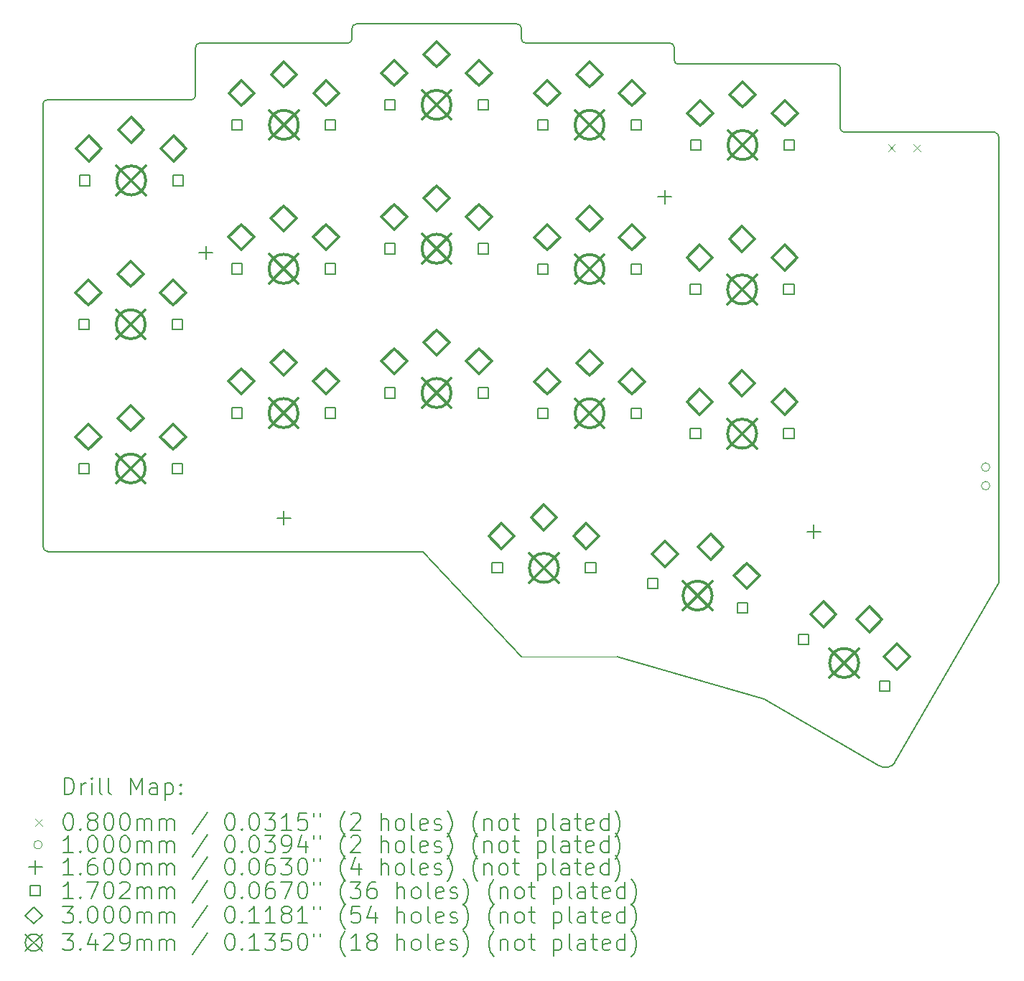
<source format=gbr>
%TF.GenerationSoftware,KiCad,Pcbnew,8.0.4*%
%TF.CreationDate,2024-09-02T16:23:28+07:00*%
%TF.ProjectId,cc36,63633336-2e6b-4696-9361-645f70636258,rev?*%
%TF.SameCoordinates,Original*%
%TF.FileFunction,Drillmap*%
%TF.FilePolarity,Positive*%
%FSLAX45Y45*%
G04 Gerber Fmt 4.5, Leading zero omitted, Abs format (unit mm)*
G04 Created by KiCad (PCBNEW 8.0.4) date 2024-09-02 16:23:28*
%MOMM*%
%LPD*%
G01*
G04 APERTURE LIST*
%ADD10C,0.100000*%
%ADD11C,0.150000*%
%ADD12C,0.200000*%
%ADD13C,0.160000*%
%ADD14C,0.170180*%
%ADD15C,0.300000*%
%ADD16C,0.342900*%
G04 APERTURE END LIST*
D10*
X13188000Y-12179000D02*
X14313719Y-12179315D01*
D11*
X16997964Y-5989871D02*
G75*
G02*
X16950098Y-5939002I2036J49871D01*
G01*
X9349048Y-5556798D02*
G75*
G02*
X9299048Y-5606798I-49998J-2D01*
G01*
X13241400Y-4937200D02*
G75*
G02*
X13191400Y-4887200I0J50000D01*
G01*
X13141400Y-4712200D02*
G75*
G02*
X13191400Y-4762200I0J-50000D01*
G01*
X7549200Y-10871200D02*
X7550000Y-5657200D01*
X9350000Y-4987200D02*
G75*
G02*
X9400000Y-4937200I50000J0D01*
G01*
X14942400Y-4937200D02*
X13241400Y-4937200D01*
X12034281Y-10939685D02*
X7609955Y-10936645D01*
X14942400Y-4937200D02*
G75*
G02*
X14992400Y-4987200I0J-50000D01*
G01*
X13141400Y-4712200D02*
X11245400Y-4712200D01*
X11145400Y-4937200D02*
X9400000Y-4937200D01*
X11195400Y-4887200D02*
G75*
G02*
X11145400Y-4937200I-50000J0D01*
G01*
X11195400Y-4762200D02*
X11195400Y-4887200D01*
X9350000Y-4987200D02*
X9349048Y-5556798D01*
X7609955Y-10936645D02*
G75*
G02*
X7549203Y-10871200I5J60925D01*
G01*
X16900789Y-5185798D02*
X15042400Y-5187200D01*
X14313719Y-12179315D02*
X16048900Y-12678200D01*
X12034281Y-10939685D02*
X13188000Y-12179000D01*
X9299048Y-5606798D02*
X7600000Y-5607200D01*
X7550000Y-5657200D02*
G75*
G02*
X7600000Y-5607200I50000J0D01*
G01*
X18774000Y-5989871D02*
G75*
G02*
X18824005Y-6055155I-17620J-65289D01*
G01*
X17597448Y-13422798D02*
X18822448Y-11304798D01*
X11195400Y-4762200D02*
G75*
G02*
X11245400Y-4712200I50000J0D01*
G01*
X18774000Y-5989871D02*
X16997964Y-5989871D01*
X14992400Y-5137200D02*
X14992400Y-4987200D01*
X18824000Y-6055155D02*
X18822448Y-11304798D01*
X17597448Y-13422798D02*
G75*
G02*
X17404649Y-13460744I-115298J77048D01*
G01*
X15042400Y-5187200D02*
G75*
G02*
X14992400Y-5137200I0J50000D01*
G01*
X13191400Y-4887200D02*
X13191400Y-4762200D01*
X16048900Y-12678200D02*
X17404647Y-13460747D01*
X16949779Y-5225800D02*
X16950000Y-5939000D01*
X16900789Y-5185798D02*
G75*
G02*
X16949782Y-5225799I2J-50002D01*
G01*
D12*
D10*
X17515000Y-6132500D02*
X17595000Y-6212500D01*
X17595000Y-6132500D02*
X17515000Y-6212500D01*
X17815000Y-6132500D02*
X17895000Y-6212500D01*
X17895000Y-6132500D02*
X17815000Y-6212500D01*
X18715000Y-9940000D02*
G75*
G02*
X18615000Y-9940000I-50000J0D01*
G01*
X18615000Y-9940000D02*
G75*
G02*
X18715000Y-9940000I50000J0D01*
G01*
X18715000Y-10160000D02*
G75*
G02*
X18615000Y-10160000I-50000J0D01*
G01*
X18615000Y-10160000D02*
G75*
G02*
X18715000Y-10160000I50000J0D01*
G01*
D13*
X9470000Y-7330000D02*
X9470000Y-7490000D01*
X9390000Y-7410000D02*
X9550000Y-7410000D01*
X10390000Y-10460000D02*
X10390000Y-10620000D01*
X10310000Y-10540000D02*
X10470000Y-10540000D01*
X14880000Y-6670000D02*
X14880000Y-6830000D01*
X14800000Y-6750000D02*
X14960000Y-6750000D01*
X16640000Y-10620000D02*
X16640000Y-10780000D01*
X16560000Y-10700000D02*
X16720000Y-10700000D01*
D14*
X8095368Y-8315168D02*
X8095368Y-8194832D01*
X7975032Y-8194832D01*
X7975032Y-8315168D01*
X8095368Y-8315168D01*
X8095368Y-10016968D02*
X8095368Y-9896632D01*
X7975032Y-9896632D01*
X7975032Y-10016968D01*
X8095368Y-10016968D01*
X8101168Y-6618168D02*
X8101168Y-6497832D01*
X7980832Y-6497832D01*
X7980832Y-6618168D01*
X8101168Y-6618168D01*
X9195368Y-8315168D02*
X9195368Y-8194832D01*
X9075032Y-8194832D01*
X9075032Y-8315168D01*
X9195368Y-8315168D01*
X9195368Y-10016968D02*
X9195368Y-9896632D01*
X9075032Y-9896632D01*
X9075032Y-10016968D01*
X9195368Y-10016968D01*
X9201168Y-6618168D02*
X9201168Y-6497832D01*
X9080832Y-6497832D01*
X9080832Y-6618168D01*
X9201168Y-6618168D01*
X9897168Y-7661168D02*
X9897168Y-7540832D01*
X9776832Y-7540832D01*
X9776832Y-7661168D01*
X9897168Y-7661168D01*
X9897168Y-9362968D02*
X9897168Y-9242632D01*
X9776832Y-9242632D01*
X9776832Y-9362968D01*
X9897168Y-9362968D01*
X9901168Y-5962168D02*
X9901168Y-5841832D01*
X9780832Y-5841832D01*
X9780832Y-5962168D01*
X9901168Y-5962168D01*
X10997168Y-7661168D02*
X10997168Y-7540832D01*
X10876832Y-7540832D01*
X10876832Y-7661168D01*
X10997168Y-7661168D01*
X10997168Y-9362968D02*
X10997168Y-9242632D01*
X10876832Y-9242632D01*
X10876832Y-9362968D01*
X10997168Y-9362968D01*
X11001168Y-5962168D02*
X11001168Y-5841832D01*
X10880832Y-5841832D01*
X10880832Y-5962168D01*
X11001168Y-5962168D01*
X11701168Y-5726168D02*
X11701168Y-5605832D01*
X11580832Y-5605832D01*
X11580832Y-5726168D01*
X11701168Y-5726168D01*
X11701168Y-7424168D02*
X11701168Y-7303832D01*
X11580832Y-7303832D01*
X11580832Y-7424168D01*
X11701168Y-7424168D01*
X11701168Y-9125968D02*
X11701168Y-9005632D01*
X11580832Y-9005632D01*
X11580832Y-9125968D01*
X11701168Y-9125968D01*
X12801168Y-5726168D02*
X12801168Y-5605832D01*
X12680832Y-5605832D01*
X12680832Y-5726168D01*
X12801168Y-5726168D01*
X12801168Y-7424168D02*
X12801168Y-7303832D01*
X12680832Y-7303832D01*
X12680832Y-7424168D01*
X12801168Y-7424168D01*
X12801168Y-9125968D02*
X12801168Y-9005632D01*
X12680832Y-9005632D01*
X12680832Y-9125968D01*
X12801168Y-9125968D01*
X12967168Y-11189168D02*
X12967168Y-11068832D01*
X12846832Y-11068832D01*
X12846832Y-11189168D01*
X12967168Y-11189168D01*
X13505568Y-5962168D02*
X13505568Y-5841832D01*
X13385232Y-5841832D01*
X13385232Y-5962168D01*
X13505568Y-5962168D01*
X13505568Y-7663368D02*
X13505568Y-7543032D01*
X13385232Y-7543032D01*
X13385232Y-7663368D01*
X13505568Y-7663368D01*
X13505568Y-9365168D02*
X13505568Y-9244832D01*
X13385232Y-9244832D01*
X13385232Y-9365168D01*
X13505568Y-9365168D01*
X14067168Y-11189168D02*
X14067168Y-11068832D01*
X13946832Y-11068832D01*
X13946832Y-11189168D01*
X14067168Y-11189168D01*
X14605568Y-5962168D02*
X14605568Y-5841832D01*
X14485232Y-5841832D01*
X14485232Y-5962168D01*
X14605568Y-5962168D01*
X14605568Y-7663368D02*
X14605568Y-7543032D01*
X14485232Y-7543032D01*
X14485232Y-7663368D01*
X14605568Y-7663368D01*
X14605568Y-9365168D02*
X14605568Y-9244832D01*
X14485232Y-9244832D01*
X14485232Y-9365168D01*
X14605568Y-9365168D01*
X14797612Y-11373922D02*
X14797612Y-11253585D01*
X14677276Y-11253585D01*
X14677276Y-11373922D01*
X14797612Y-11373922D01*
X15304168Y-7904168D02*
X15304168Y-7783832D01*
X15183832Y-7783832D01*
X15183832Y-7904168D01*
X15304168Y-7904168D01*
X15304168Y-9605968D02*
X15304168Y-9485632D01*
X15183832Y-9485632D01*
X15183832Y-9605968D01*
X15304168Y-9605968D01*
X15308968Y-6200168D02*
X15308968Y-6079832D01*
X15188632Y-6079832D01*
X15188632Y-6200168D01*
X15308968Y-6200168D01*
X15860131Y-11658623D02*
X15860131Y-11538286D01*
X15739794Y-11538286D01*
X15739794Y-11658623D01*
X15860131Y-11658623D01*
X16404168Y-7904168D02*
X16404168Y-7783832D01*
X16283832Y-7783832D01*
X16283832Y-7904168D01*
X16404168Y-7904168D01*
X16404168Y-9605968D02*
X16404168Y-9485632D01*
X16283832Y-9485632D01*
X16283832Y-9605968D01*
X16404168Y-9605968D01*
X16408968Y-6200168D02*
X16408968Y-6079832D01*
X16288632Y-6079832D01*
X16288632Y-6200168D01*
X16408968Y-6200168D01*
X16580854Y-12036213D02*
X16580854Y-11915877D01*
X16460518Y-11915877D01*
X16460518Y-12036213D01*
X16580854Y-12036213D01*
X17533482Y-12586213D02*
X17533482Y-12465877D01*
X17413146Y-12465877D01*
X17413146Y-12586213D01*
X17533482Y-12586213D01*
D15*
X8085200Y-8030000D02*
X8235200Y-7880000D01*
X8085200Y-7730000D01*
X7935200Y-7880000D01*
X8085200Y-8030000D01*
X8085200Y-9731800D02*
X8235200Y-9581800D01*
X8085200Y-9431800D01*
X7935200Y-9581800D01*
X8085200Y-9731800D01*
X8091000Y-6333000D02*
X8241000Y-6183000D01*
X8091000Y-6033000D01*
X7941000Y-6183000D01*
X8091000Y-6333000D01*
X8585200Y-7810000D02*
X8735200Y-7660000D01*
X8585200Y-7510000D01*
X8435200Y-7660000D01*
X8585200Y-7810000D01*
X8585200Y-9511800D02*
X8735200Y-9361800D01*
X8585200Y-9211800D01*
X8435200Y-9361800D01*
X8585200Y-9511800D01*
X8591000Y-6113000D02*
X8741000Y-5963000D01*
X8591000Y-5813000D01*
X8441000Y-5963000D01*
X8591000Y-6113000D01*
X9085200Y-8030000D02*
X9235200Y-7880000D01*
X9085200Y-7730000D01*
X8935200Y-7880000D01*
X9085200Y-8030000D01*
X9085200Y-9731800D02*
X9235200Y-9581800D01*
X9085200Y-9431800D01*
X8935200Y-9581800D01*
X9085200Y-9731800D01*
X9091000Y-6333000D02*
X9241000Y-6183000D01*
X9091000Y-6033000D01*
X8941000Y-6183000D01*
X9091000Y-6333000D01*
X9887000Y-7376000D02*
X10037000Y-7226000D01*
X9887000Y-7076000D01*
X9737000Y-7226000D01*
X9887000Y-7376000D01*
X9887000Y-9077800D02*
X10037000Y-8927800D01*
X9887000Y-8777800D01*
X9737000Y-8927800D01*
X9887000Y-9077800D01*
X9891000Y-5677000D02*
X10041000Y-5527000D01*
X9891000Y-5377000D01*
X9741000Y-5527000D01*
X9891000Y-5677000D01*
X10387000Y-7156000D02*
X10537000Y-7006000D01*
X10387000Y-6856000D01*
X10237000Y-7006000D01*
X10387000Y-7156000D01*
X10387000Y-8857800D02*
X10537000Y-8707800D01*
X10387000Y-8557800D01*
X10237000Y-8707800D01*
X10387000Y-8857800D01*
X10391000Y-5457000D02*
X10541000Y-5307000D01*
X10391000Y-5157000D01*
X10241000Y-5307000D01*
X10391000Y-5457000D01*
X10887000Y-7376000D02*
X11037000Y-7226000D01*
X10887000Y-7076000D01*
X10737000Y-7226000D01*
X10887000Y-7376000D01*
X10887000Y-9077800D02*
X11037000Y-8927800D01*
X10887000Y-8777800D01*
X10737000Y-8927800D01*
X10887000Y-9077800D01*
X10891000Y-5677000D02*
X11041000Y-5527000D01*
X10891000Y-5377000D01*
X10741000Y-5527000D01*
X10891000Y-5677000D01*
X11691000Y-5441000D02*
X11841000Y-5291000D01*
X11691000Y-5141000D01*
X11541000Y-5291000D01*
X11691000Y-5441000D01*
X11691000Y-7139000D02*
X11841000Y-6989000D01*
X11691000Y-6839000D01*
X11541000Y-6989000D01*
X11691000Y-7139000D01*
X11691000Y-8840800D02*
X11841000Y-8690800D01*
X11691000Y-8540800D01*
X11541000Y-8690800D01*
X11691000Y-8840800D01*
X12191000Y-5221000D02*
X12341000Y-5071000D01*
X12191000Y-4921000D01*
X12041000Y-5071000D01*
X12191000Y-5221000D01*
X12191000Y-6919000D02*
X12341000Y-6769000D01*
X12191000Y-6619000D01*
X12041000Y-6769000D01*
X12191000Y-6919000D01*
X12191000Y-8620800D02*
X12341000Y-8470800D01*
X12191000Y-8320800D01*
X12041000Y-8470800D01*
X12191000Y-8620800D01*
X12691000Y-5441000D02*
X12841000Y-5291000D01*
X12691000Y-5141000D01*
X12541000Y-5291000D01*
X12691000Y-5441000D01*
X12691000Y-7139000D02*
X12841000Y-6989000D01*
X12691000Y-6839000D01*
X12541000Y-6989000D01*
X12691000Y-7139000D01*
X12691000Y-8840800D02*
X12841000Y-8690800D01*
X12691000Y-8540800D01*
X12541000Y-8690800D01*
X12691000Y-8840800D01*
X12957000Y-10904000D02*
X13107000Y-10754000D01*
X12957000Y-10604000D01*
X12807000Y-10754000D01*
X12957000Y-10904000D01*
X13457000Y-10684000D02*
X13607000Y-10534000D01*
X13457000Y-10384000D01*
X13307000Y-10534000D01*
X13457000Y-10684000D01*
X13495400Y-5677000D02*
X13645400Y-5527000D01*
X13495400Y-5377000D01*
X13345400Y-5527000D01*
X13495400Y-5677000D01*
X13495400Y-7378200D02*
X13645400Y-7228200D01*
X13495400Y-7078200D01*
X13345400Y-7228200D01*
X13495400Y-7378200D01*
X13495400Y-9080000D02*
X13645400Y-8930000D01*
X13495400Y-8780000D01*
X13345400Y-8930000D01*
X13495400Y-9080000D01*
X13957000Y-10904000D02*
X14107000Y-10754000D01*
X13957000Y-10604000D01*
X13807000Y-10754000D01*
X13957000Y-10904000D01*
X13995400Y-5457000D02*
X14145400Y-5307000D01*
X13995400Y-5157000D01*
X13845400Y-5307000D01*
X13995400Y-5457000D01*
X13995400Y-7158200D02*
X14145400Y-7008200D01*
X13995400Y-6858200D01*
X13845400Y-7008200D01*
X13995400Y-7158200D01*
X13995400Y-8860000D02*
X14145400Y-8710000D01*
X13995400Y-8560000D01*
X13845400Y-8710000D01*
X13995400Y-8860000D01*
X14495400Y-5677000D02*
X14645400Y-5527000D01*
X14495400Y-5377000D01*
X14345400Y-5527000D01*
X14495400Y-5677000D01*
X14495400Y-7378200D02*
X14645400Y-7228200D01*
X14495400Y-7078200D01*
X14345400Y-7228200D01*
X14495400Y-7378200D01*
X14495400Y-9080000D02*
X14645400Y-8930000D01*
X14495400Y-8780000D01*
X14345400Y-8930000D01*
X14495400Y-9080000D01*
X14882797Y-11114472D02*
X15032797Y-10964472D01*
X14882797Y-10814472D01*
X14732797Y-10964472D01*
X14882797Y-11114472D01*
X15294000Y-7619000D02*
X15444000Y-7469000D01*
X15294000Y-7319000D01*
X15144000Y-7469000D01*
X15294000Y-7619000D01*
X15294000Y-9320800D02*
X15444000Y-9170800D01*
X15294000Y-9020800D01*
X15144000Y-9170800D01*
X15294000Y-9320800D01*
X15298800Y-5915000D02*
X15448800Y-5765000D01*
X15298800Y-5615000D01*
X15148800Y-5765000D01*
X15298800Y-5915000D01*
X15422700Y-11031378D02*
X15572700Y-10881378D01*
X15422700Y-10731378D01*
X15272700Y-10881378D01*
X15422700Y-11031378D01*
X15794000Y-7399000D02*
X15944000Y-7249000D01*
X15794000Y-7099000D01*
X15644000Y-7249000D01*
X15794000Y-7399000D01*
X15794000Y-9100800D02*
X15944000Y-8950800D01*
X15794000Y-8800800D01*
X15644000Y-8950800D01*
X15794000Y-9100800D01*
X15798800Y-5695000D02*
X15948800Y-5545000D01*
X15798800Y-5395000D01*
X15648800Y-5545000D01*
X15798800Y-5695000D01*
X15848723Y-11373291D02*
X15998723Y-11223291D01*
X15848723Y-11073291D01*
X15698723Y-11223291D01*
X15848723Y-11373291D01*
X16294000Y-9320800D02*
X16444000Y-9170800D01*
X16294000Y-9020800D01*
X16144000Y-9170800D01*
X16294000Y-9320800D01*
X16294000Y-7619000D02*
X16444000Y-7469000D01*
X16294000Y-7319000D01*
X16144000Y-7469000D01*
X16294000Y-7619000D01*
X16298800Y-5915000D02*
X16448800Y-5765000D01*
X16298800Y-5615000D01*
X16148800Y-5765000D01*
X16298800Y-5915000D01*
X16751487Y-11826286D02*
X16901487Y-11676286D01*
X16751487Y-11526286D01*
X16601487Y-11676286D01*
X16751487Y-11826286D01*
X17294500Y-11885760D02*
X17444500Y-11735760D01*
X17294500Y-11585760D01*
X17144500Y-11735760D01*
X17294500Y-11885760D01*
X17617513Y-12326286D02*
X17767513Y-12176286D01*
X17617513Y-12026286D01*
X17467513Y-12176286D01*
X17617513Y-12326286D01*
D16*
X8413750Y-8083550D02*
X8756650Y-8426450D01*
X8756650Y-8083550D02*
X8413750Y-8426450D01*
X8756650Y-8255000D02*
G75*
G02*
X8413750Y-8255000I-171450J0D01*
G01*
X8413750Y-8255000D02*
G75*
G02*
X8756650Y-8255000I171450J0D01*
G01*
X8413750Y-9785350D02*
X8756650Y-10128250D01*
X8756650Y-9785350D02*
X8413750Y-10128250D01*
X8756650Y-9956800D02*
G75*
G02*
X8413750Y-9956800I-171450J0D01*
G01*
X8413750Y-9956800D02*
G75*
G02*
X8756650Y-9956800I171450J0D01*
G01*
X8419550Y-6386550D02*
X8762450Y-6729450D01*
X8762450Y-6386550D02*
X8419550Y-6729450D01*
X8762450Y-6558000D02*
G75*
G02*
X8419550Y-6558000I-171450J0D01*
G01*
X8419550Y-6558000D02*
G75*
G02*
X8762450Y-6558000I171450J0D01*
G01*
X10215550Y-7429550D02*
X10558450Y-7772450D01*
X10558450Y-7429550D02*
X10215550Y-7772450D01*
X10558450Y-7601000D02*
G75*
G02*
X10215550Y-7601000I-171450J0D01*
G01*
X10215550Y-7601000D02*
G75*
G02*
X10558450Y-7601000I171450J0D01*
G01*
X10215550Y-9131350D02*
X10558450Y-9474250D01*
X10558450Y-9131350D02*
X10215550Y-9474250D01*
X10558450Y-9302800D02*
G75*
G02*
X10215550Y-9302800I-171450J0D01*
G01*
X10215550Y-9302800D02*
G75*
G02*
X10558450Y-9302800I171450J0D01*
G01*
X10219550Y-5730550D02*
X10562450Y-6073450D01*
X10562450Y-5730550D02*
X10219550Y-6073450D01*
X10562450Y-5902000D02*
G75*
G02*
X10219550Y-5902000I-171450J0D01*
G01*
X10219550Y-5902000D02*
G75*
G02*
X10562450Y-5902000I171450J0D01*
G01*
X12019550Y-5494550D02*
X12362450Y-5837450D01*
X12362450Y-5494550D02*
X12019550Y-5837450D01*
X12362450Y-5666000D02*
G75*
G02*
X12019550Y-5666000I-171450J0D01*
G01*
X12019550Y-5666000D02*
G75*
G02*
X12362450Y-5666000I171450J0D01*
G01*
X12019550Y-7192550D02*
X12362450Y-7535450D01*
X12362450Y-7192550D02*
X12019550Y-7535450D01*
X12362450Y-7364000D02*
G75*
G02*
X12019550Y-7364000I-171450J0D01*
G01*
X12019550Y-7364000D02*
G75*
G02*
X12362450Y-7364000I171450J0D01*
G01*
X12019550Y-8894350D02*
X12362450Y-9237250D01*
X12362450Y-8894350D02*
X12019550Y-9237250D01*
X12362450Y-9065800D02*
G75*
G02*
X12019550Y-9065800I-171450J0D01*
G01*
X12019550Y-9065800D02*
G75*
G02*
X12362450Y-9065800I171450J0D01*
G01*
X13285550Y-10957550D02*
X13628450Y-11300450D01*
X13628450Y-10957550D02*
X13285550Y-11300450D01*
X13628450Y-11129000D02*
G75*
G02*
X13285550Y-11129000I-171450J0D01*
G01*
X13285550Y-11129000D02*
G75*
G02*
X13628450Y-11129000I171450J0D01*
G01*
X13823950Y-5730550D02*
X14166850Y-6073450D01*
X14166850Y-5730550D02*
X13823950Y-6073450D01*
X14166850Y-5902000D02*
G75*
G02*
X13823950Y-5902000I-171450J0D01*
G01*
X13823950Y-5902000D02*
G75*
G02*
X14166850Y-5902000I171450J0D01*
G01*
X13823950Y-7431750D02*
X14166850Y-7774650D01*
X14166850Y-7431750D02*
X13823950Y-7774650D01*
X14166850Y-7603200D02*
G75*
G02*
X13823950Y-7603200I-171450J0D01*
G01*
X13823950Y-7603200D02*
G75*
G02*
X14166850Y-7603200I171450J0D01*
G01*
X13823950Y-9133550D02*
X14166850Y-9476450D01*
X14166850Y-9133550D02*
X13823950Y-9476450D01*
X14166850Y-9305000D02*
G75*
G02*
X13823950Y-9305000I-171450J0D01*
G01*
X13823950Y-9305000D02*
G75*
G02*
X14166850Y-9305000I171450J0D01*
G01*
X15097253Y-11284654D02*
X15440153Y-11627554D01*
X15440153Y-11284654D02*
X15097253Y-11627554D01*
X15440153Y-11456104D02*
G75*
G02*
X15097253Y-11456104I-171450J0D01*
G01*
X15097253Y-11456104D02*
G75*
G02*
X15440153Y-11456104I171450J0D01*
G01*
X15622550Y-7672550D02*
X15965450Y-8015450D01*
X15965450Y-7672550D02*
X15622550Y-8015450D01*
X15965450Y-7844000D02*
G75*
G02*
X15622550Y-7844000I-171450J0D01*
G01*
X15622550Y-7844000D02*
G75*
G02*
X15965450Y-7844000I171450J0D01*
G01*
X15622550Y-9374350D02*
X15965450Y-9717250D01*
X15965450Y-9374350D02*
X15622550Y-9717250D01*
X15965450Y-9545800D02*
G75*
G02*
X15622550Y-9545800I-171450J0D01*
G01*
X15622550Y-9545800D02*
G75*
G02*
X15965450Y-9545800I171450J0D01*
G01*
X15627350Y-5968550D02*
X15970250Y-6311450D01*
X15970250Y-5968550D02*
X15627350Y-6311450D01*
X15970250Y-6140000D02*
G75*
G02*
X15627350Y-6140000I-171450J0D01*
G01*
X15627350Y-6140000D02*
G75*
G02*
X15970250Y-6140000I171450J0D01*
G01*
X16825550Y-12079595D02*
X17168450Y-12422495D01*
X17168450Y-12079595D02*
X16825550Y-12422495D01*
X17168450Y-12251045D02*
G75*
G02*
X16825550Y-12251045I-171450J0D01*
G01*
X16825550Y-12251045D02*
G75*
G02*
X17168450Y-12251045I171450J0D01*
G01*
D12*
X7802312Y-13803406D02*
X7802312Y-13603406D01*
X7802312Y-13603406D02*
X7849931Y-13603406D01*
X7849931Y-13603406D02*
X7878503Y-13612930D01*
X7878503Y-13612930D02*
X7897550Y-13631978D01*
X7897550Y-13631978D02*
X7907074Y-13651025D01*
X7907074Y-13651025D02*
X7916598Y-13689120D01*
X7916598Y-13689120D02*
X7916598Y-13717692D01*
X7916598Y-13717692D02*
X7907074Y-13755787D01*
X7907074Y-13755787D02*
X7897550Y-13774835D01*
X7897550Y-13774835D02*
X7878503Y-13793882D01*
X7878503Y-13793882D02*
X7849931Y-13803406D01*
X7849931Y-13803406D02*
X7802312Y-13803406D01*
X8002312Y-13803406D02*
X8002312Y-13670073D01*
X8002312Y-13708168D02*
X8011836Y-13689120D01*
X8011836Y-13689120D02*
X8021360Y-13679597D01*
X8021360Y-13679597D02*
X8040407Y-13670073D01*
X8040407Y-13670073D02*
X8059455Y-13670073D01*
X8126122Y-13803406D02*
X8126122Y-13670073D01*
X8126122Y-13603406D02*
X8116598Y-13612930D01*
X8116598Y-13612930D02*
X8126122Y-13622454D01*
X8126122Y-13622454D02*
X8135645Y-13612930D01*
X8135645Y-13612930D02*
X8126122Y-13603406D01*
X8126122Y-13603406D02*
X8126122Y-13622454D01*
X8249931Y-13803406D02*
X8230883Y-13793882D01*
X8230883Y-13793882D02*
X8221360Y-13774835D01*
X8221360Y-13774835D02*
X8221360Y-13603406D01*
X8354693Y-13803406D02*
X8335645Y-13793882D01*
X8335645Y-13793882D02*
X8326122Y-13774835D01*
X8326122Y-13774835D02*
X8326122Y-13603406D01*
X8583265Y-13803406D02*
X8583265Y-13603406D01*
X8583265Y-13603406D02*
X8649931Y-13746263D01*
X8649931Y-13746263D02*
X8716598Y-13603406D01*
X8716598Y-13603406D02*
X8716598Y-13803406D01*
X8897550Y-13803406D02*
X8897550Y-13698644D01*
X8897550Y-13698644D02*
X8888026Y-13679597D01*
X8888026Y-13679597D02*
X8868979Y-13670073D01*
X8868979Y-13670073D02*
X8830884Y-13670073D01*
X8830884Y-13670073D02*
X8811836Y-13679597D01*
X8897550Y-13793882D02*
X8878503Y-13803406D01*
X8878503Y-13803406D02*
X8830884Y-13803406D01*
X8830884Y-13803406D02*
X8811836Y-13793882D01*
X8811836Y-13793882D02*
X8802312Y-13774835D01*
X8802312Y-13774835D02*
X8802312Y-13755787D01*
X8802312Y-13755787D02*
X8811836Y-13736739D01*
X8811836Y-13736739D02*
X8830884Y-13727216D01*
X8830884Y-13727216D02*
X8878503Y-13727216D01*
X8878503Y-13727216D02*
X8897550Y-13717692D01*
X8992788Y-13670073D02*
X8992788Y-13870073D01*
X8992788Y-13679597D02*
X9011836Y-13670073D01*
X9011836Y-13670073D02*
X9049931Y-13670073D01*
X9049931Y-13670073D02*
X9068979Y-13679597D01*
X9068979Y-13679597D02*
X9078503Y-13689120D01*
X9078503Y-13689120D02*
X9088026Y-13708168D01*
X9088026Y-13708168D02*
X9088026Y-13765311D01*
X9088026Y-13765311D02*
X9078503Y-13784358D01*
X9078503Y-13784358D02*
X9068979Y-13793882D01*
X9068979Y-13793882D02*
X9049931Y-13803406D01*
X9049931Y-13803406D02*
X9011836Y-13803406D01*
X9011836Y-13803406D02*
X8992788Y-13793882D01*
X9173741Y-13784358D02*
X9183265Y-13793882D01*
X9183265Y-13793882D02*
X9173741Y-13803406D01*
X9173741Y-13803406D02*
X9164217Y-13793882D01*
X9164217Y-13793882D02*
X9173741Y-13784358D01*
X9173741Y-13784358D02*
X9173741Y-13803406D01*
X9173741Y-13679597D02*
X9183265Y-13689120D01*
X9183265Y-13689120D02*
X9173741Y-13698644D01*
X9173741Y-13698644D02*
X9164217Y-13689120D01*
X9164217Y-13689120D02*
X9173741Y-13679597D01*
X9173741Y-13679597D02*
X9173741Y-13698644D01*
D10*
X7461535Y-14091922D02*
X7541535Y-14171922D01*
X7541535Y-14091922D02*
X7461535Y-14171922D01*
D12*
X7840407Y-14023406D02*
X7859455Y-14023406D01*
X7859455Y-14023406D02*
X7878503Y-14032930D01*
X7878503Y-14032930D02*
X7888026Y-14042454D01*
X7888026Y-14042454D02*
X7897550Y-14061501D01*
X7897550Y-14061501D02*
X7907074Y-14099597D01*
X7907074Y-14099597D02*
X7907074Y-14147216D01*
X7907074Y-14147216D02*
X7897550Y-14185311D01*
X7897550Y-14185311D02*
X7888026Y-14204358D01*
X7888026Y-14204358D02*
X7878503Y-14213882D01*
X7878503Y-14213882D02*
X7859455Y-14223406D01*
X7859455Y-14223406D02*
X7840407Y-14223406D01*
X7840407Y-14223406D02*
X7821360Y-14213882D01*
X7821360Y-14213882D02*
X7811836Y-14204358D01*
X7811836Y-14204358D02*
X7802312Y-14185311D01*
X7802312Y-14185311D02*
X7792788Y-14147216D01*
X7792788Y-14147216D02*
X7792788Y-14099597D01*
X7792788Y-14099597D02*
X7802312Y-14061501D01*
X7802312Y-14061501D02*
X7811836Y-14042454D01*
X7811836Y-14042454D02*
X7821360Y-14032930D01*
X7821360Y-14032930D02*
X7840407Y-14023406D01*
X7992788Y-14204358D02*
X8002312Y-14213882D01*
X8002312Y-14213882D02*
X7992788Y-14223406D01*
X7992788Y-14223406D02*
X7983264Y-14213882D01*
X7983264Y-14213882D02*
X7992788Y-14204358D01*
X7992788Y-14204358D02*
X7992788Y-14223406D01*
X8116598Y-14109120D02*
X8097550Y-14099597D01*
X8097550Y-14099597D02*
X8088026Y-14090073D01*
X8088026Y-14090073D02*
X8078503Y-14071025D01*
X8078503Y-14071025D02*
X8078503Y-14061501D01*
X8078503Y-14061501D02*
X8088026Y-14042454D01*
X8088026Y-14042454D02*
X8097550Y-14032930D01*
X8097550Y-14032930D02*
X8116598Y-14023406D01*
X8116598Y-14023406D02*
X8154693Y-14023406D01*
X8154693Y-14023406D02*
X8173741Y-14032930D01*
X8173741Y-14032930D02*
X8183264Y-14042454D01*
X8183264Y-14042454D02*
X8192788Y-14061501D01*
X8192788Y-14061501D02*
X8192788Y-14071025D01*
X8192788Y-14071025D02*
X8183264Y-14090073D01*
X8183264Y-14090073D02*
X8173741Y-14099597D01*
X8173741Y-14099597D02*
X8154693Y-14109120D01*
X8154693Y-14109120D02*
X8116598Y-14109120D01*
X8116598Y-14109120D02*
X8097550Y-14118644D01*
X8097550Y-14118644D02*
X8088026Y-14128168D01*
X8088026Y-14128168D02*
X8078503Y-14147216D01*
X8078503Y-14147216D02*
X8078503Y-14185311D01*
X8078503Y-14185311D02*
X8088026Y-14204358D01*
X8088026Y-14204358D02*
X8097550Y-14213882D01*
X8097550Y-14213882D02*
X8116598Y-14223406D01*
X8116598Y-14223406D02*
X8154693Y-14223406D01*
X8154693Y-14223406D02*
X8173741Y-14213882D01*
X8173741Y-14213882D02*
X8183264Y-14204358D01*
X8183264Y-14204358D02*
X8192788Y-14185311D01*
X8192788Y-14185311D02*
X8192788Y-14147216D01*
X8192788Y-14147216D02*
X8183264Y-14128168D01*
X8183264Y-14128168D02*
X8173741Y-14118644D01*
X8173741Y-14118644D02*
X8154693Y-14109120D01*
X8316598Y-14023406D02*
X8335645Y-14023406D01*
X8335645Y-14023406D02*
X8354693Y-14032930D01*
X8354693Y-14032930D02*
X8364217Y-14042454D01*
X8364217Y-14042454D02*
X8373741Y-14061501D01*
X8373741Y-14061501D02*
X8383264Y-14099597D01*
X8383264Y-14099597D02*
X8383264Y-14147216D01*
X8383264Y-14147216D02*
X8373741Y-14185311D01*
X8373741Y-14185311D02*
X8364217Y-14204358D01*
X8364217Y-14204358D02*
X8354693Y-14213882D01*
X8354693Y-14213882D02*
X8335645Y-14223406D01*
X8335645Y-14223406D02*
X8316598Y-14223406D01*
X8316598Y-14223406D02*
X8297550Y-14213882D01*
X8297550Y-14213882D02*
X8288026Y-14204358D01*
X8288026Y-14204358D02*
X8278503Y-14185311D01*
X8278503Y-14185311D02*
X8268979Y-14147216D01*
X8268979Y-14147216D02*
X8268979Y-14099597D01*
X8268979Y-14099597D02*
X8278503Y-14061501D01*
X8278503Y-14061501D02*
X8288026Y-14042454D01*
X8288026Y-14042454D02*
X8297550Y-14032930D01*
X8297550Y-14032930D02*
X8316598Y-14023406D01*
X8507074Y-14023406D02*
X8526122Y-14023406D01*
X8526122Y-14023406D02*
X8545169Y-14032930D01*
X8545169Y-14032930D02*
X8554693Y-14042454D01*
X8554693Y-14042454D02*
X8564217Y-14061501D01*
X8564217Y-14061501D02*
X8573741Y-14099597D01*
X8573741Y-14099597D02*
X8573741Y-14147216D01*
X8573741Y-14147216D02*
X8564217Y-14185311D01*
X8564217Y-14185311D02*
X8554693Y-14204358D01*
X8554693Y-14204358D02*
X8545169Y-14213882D01*
X8545169Y-14213882D02*
X8526122Y-14223406D01*
X8526122Y-14223406D02*
X8507074Y-14223406D01*
X8507074Y-14223406D02*
X8488026Y-14213882D01*
X8488026Y-14213882D02*
X8478503Y-14204358D01*
X8478503Y-14204358D02*
X8468979Y-14185311D01*
X8468979Y-14185311D02*
X8459455Y-14147216D01*
X8459455Y-14147216D02*
X8459455Y-14099597D01*
X8459455Y-14099597D02*
X8468979Y-14061501D01*
X8468979Y-14061501D02*
X8478503Y-14042454D01*
X8478503Y-14042454D02*
X8488026Y-14032930D01*
X8488026Y-14032930D02*
X8507074Y-14023406D01*
X8659455Y-14223406D02*
X8659455Y-14090073D01*
X8659455Y-14109120D02*
X8668979Y-14099597D01*
X8668979Y-14099597D02*
X8688026Y-14090073D01*
X8688026Y-14090073D02*
X8716598Y-14090073D01*
X8716598Y-14090073D02*
X8735646Y-14099597D01*
X8735646Y-14099597D02*
X8745169Y-14118644D01*
X8745169Y-14118644D02*
X8745169Y-14223406D01*
X8745169Y-14118644D02*
X8754693Y-14099597D01*
X8754693Y-14099597D02*
X8773741Y-14090073D01*
X8773741Y-14090073D02*
X8802312Y-14090073D01*
X8802312Y-14090073D02*
X8821360Y-14099597D01*
X8821360Y-14099597D02*
X8830884Y-14118644D01*
X8830884Y-14118644D02*
X8830884Y-14223406D01*
X8926122Y-14223406D02*
X8926122Y-14090073D01*
X8926122Y-14109120D02*
X8935646Y-14099597D01*
X8935646Y-14099597D02*
X8954693Y-14090073D01*
X8954693Y-14090073D02*
X8983265Y-14090073D01*
X8983265Y-14090073D02*
X9002312Y-14099597D01*
X9002312Y-14099597D02*
X9011836Y-14118644D01*
X9011836Y-14118644D02*
X9011836Y-14223406D01*
X9011836Y-14118644D02*
X9021360Y-14099597D01*
X9021360Y-14099597D02*
X9040407Y-14090073D01*
X9040407Y-14090073D02*
X9068979Y-14090073D01*
X9068979Y-14090073D02*
X9088027Y-14099597D01*
X9088027Y-14099597D02*
X9097550Y-14118644D01*
X9097550Y-14118644D02*
X9097550Y-14223406D01*
X9488027Y-14013882D02*
X9316598Y-14271025D01*
X9745169Y-14023406D02*
X9764217Y-14023406D01*
X9764217Y-14023406D02*
X9783265Y-14032930D01*
X9783265Y-14032930D02*
X9792789Y-14042454D01*
X9792789Y-14042454D02*
X9802312Y-14061501D01*
X9802312Y-14061501D02*
X9811836Y-14099597D01*
X9811836Y-14099597D02*
X9811836Y-14147216D01*
X9811836Y-14147216D02*
X9802312Y-14185311D01*
X9802312Y-14185311D02*
X9792789Y-14204358D01*
X9792789Y-14204358D02*
X9783265Y-14213882D01*
X9783265Y-14213882D02*
X9764217Y-14223406D01*
X9764217Y-14223406D02*
X9745169Y-14223406D01*
X9745169Y-14223406D02*
X9726122Y-14213882D01*
X9726122Y-14213882D02*
X9716598Y-14204358D01*
X9716598Y-14204358D02*
X9707074Y-14185311D01*
X9707074Y-14185311D02*
X9697550Y-14147216D01*
X9697550Y-14147216D02*
X9697550Y-14099597D01*
X9697550Y-14099597D02*
X9707074Y-14061501D01*
X9707074Y-14061501D02*
X9716598Y-14042454D01*
X9716598Y-14042454D02*
X9726122Y-14032930D01*
X9726122Y-14032930D02*
X9745169Y-14023406D01*
X9897550Y-14204358D02*
X9907074Y-14213882D01*
X9907074Y-14213882D02*
X9897550Y-14223406D01*
X9897550Y-14223406D02*
X9888027Y-14213882D01*
X9888027Y-14213882D02*
X9897550Y-14204358D01*
X9897550Y-14204358D02*
X9897550Y-14223406D01*
X10030884Y-14023406D02*
X10049931Y-14023406D01*
X10049931Y-14023406D02*
X10068979Y-14032930D01*
X10068979Y-14032930D02*
X10078503Y-14042454D01*
X10078503Y-14042454D02*
X10088027Y-14061501D01*
X10088027Y-14061501D02*
X10097550Y-14099597D01*
X10097550Y-14099597D02*
X10097550Y-14147216D01*
X10097550Y-14147216D02*
X10088027Y-14185311D01*
X10088027Y-14185311D02*
X10078503Y-14204358D01*
X10078503Y-14204358D02*
X10068979Y-14213882D01*
X10068979Y-14213882D02*
X10049931Y-14223406D01*
X10049931Y-14223406D02*
X10030884Y-14223406D01*
X10030884Y-14223406D02*
X10011836Y-14213882D01*
X10011836Y-14213882D02*
X10002312Y-14204358D01*
X10002312Y-14204358D02*
X9992789Y-14185311D01*
X9992789Y-14185311D02*
X9983265Y-14147216D01*
X9983265Y-14147216D02*
X9983265Y-14099597D01*
X9983265Y-14099597D02*
X9992789Y-14061501D01*
X9992789Y-14061501D02*
X10002312Y-14042454D01*
X10002312Y-14042454D02*
X10011836Y-14032930D01*
X10011836Y-14032930D02*
X10030884Y-14023406D01*
X10164217Y-14023406D02*
X10288027Y-14023406D01*
X10288027Y-14023406D02*
X10221360Y-14099597D01*
X10221360Y-14099597D02*
X10249931Y-14099597D01*
X10249931Y-14099597D02*
X10268979Y-14109120D01*
X10268979Y-14109120D02*
X10278503Y-14118644D01*
X10278503Y-14118644D02*
X10288027Y-14137692D01*
X10288027Y-14137692D02*
X10288027Y-14185311D01*
X10288027Y-14185311D02*
X10278503Y-14204358D01*
X10278503Y-14204358D02*
X10268979Y-14213882D01*
X10268979Y-14213882D02*
X10249931Y-14223406D01*
X10249931Y-14223406D02*
X10192789Y-14223406D01*
X10192789Y-14223406D02*
X10173741Y-14213882D01*
X10173741Y-14213882D02*
X10164217Y-14204358D01*
X10478503Y-14223406D02*
X10364217Y-14223406D01*
X10421360Y-14223406D02*
X10421360Y-14023406D01*
X10421360Y-14023406D02*
X10402312Y-14051978D01*
X10402312Y-14051978D02*
X10383265Y-14071025D01*
X10383265Y-14071025D02*
X10364217Y-14080549D01*
X10659455Y-14023406D02*
X10564217Y-14023406D01*
X10564217Y-14023406D02*
X10554693Y-14118644D01*
X10554693Y-14118644D02*
X10564217Y-14109120D01*
X10564217Y-14109120D02*
X10583265Y-14099597D01*
X10583265Y-14099597D02*
X10630884Y-14099597D01*
X10630884Y-14099597D02*
X10649931Y-14109120D01*
X10649931Y-14109120D02*
X10659455Y-14118644D01*
X10659455Y-14118644D02*
X10668979Y-14137692D01*
X10668979Y-14137692D02*
X10668979Y-14185311D01*
X10668979Y-14185311D02*
X10659455Y-14204358D01*
X10659455Y-14204358D02*
X10649931Y-14213882D01*
X10649931Y-14213882D02*
X10630884Y-14223406D01*
X10630884Y-14223406D02*
X10583265Y-14223406D01*
X10583265Y-14223406D02*
X10564217Y-14213882D01*
X10564217Y-14213882D02*
X10554693Y-14204358D01*
X10745170Y-14023406D02*
X10745170Y-14061501D01*
X10821360Y-14023406D02*
X10821360Y-14061501D01*
X11116598Y-14299597D02*
X11107074Y-14290073D01*
X11107074Y-14290073D02*
X11088027Y-14261501D01*
X11088027Y-14261501D02*
X11078503Y-14242454D01*
X11078503Y-14242454D02*
X11068979Y-14213882D01*
X11068979Y-14213882D02*
X11059455Y-14166263D01*
X11059455Y-14166263D02*
X11059455Y-14128168D01*
X11059455Y-14128168D02*
X11068979Y-14080549D01*
X11068979Y-14080549D02*
X11078503Y-14051978D01*
X11078503Y-14051978D02*
X11088027Y-14032930D01*
X11088027Y-14032930D02*
X11107074Y-14004358D01*
X11107074Y-14004358D02*
X11116598Y-13994835D01*
X11183265Y-14042454D02*
X11192789Y-14032930D01*
X11192789Y-14032930D02*
X11211836Y-14023406D01*
X11211836Y-14023406D02*
X11259455Y-14023406D01*
X11259455Y-14023406D02*
X11278503Y-14032930D01*
X11278503Y-14032930D02*
X11288027Y-14042454D01*
X11288027Y-14042454D02*
X11297550Y-14061501D01*
X11297550Y-14061501D02*
X11297550Y-14080549D01*
X11297550Y-14080549D02*
X11288027Y-14109120D01*
X11288027Y-14109120D02*
X11173741Y-14223406D01*
X11173741Y-14223406D02*
X11297550Y-14223406D01*
X11535646Y-14223406D02*
X11535646Y-14023406D01*
X11621360Y-14223406D02*
X11621360Y-14118644D01*
X11621360Y-14118644D02*
X11611836Y-14099597D01*
X11611836Y-14099597D02*
X11592789Y-14090073D01*
X11592789Y-14090073D02*
X11564217Y-14090073D01*
X11564217Y-14090073D02*
X11545170Y-14099597D01*
X11545170Y-14099597D02*
X11535646Y-14109120D01*
X11745170Y-14223406D02*
X11726122Y-14213882D01*
X11726122Y-14213882D02*
X11716598Y-14204358D01*
X11716598Y-14204358D02*
X11707074Y-14185311D01*
X11707074Y-14185311D02*
X11707074Y-14128168D01*
X11707074Y-14128168D02*
X11716598Y-14109120D01*
X11716598Y-14109120D02*
X11726122Y-14099597D01*
X11726122Y-14099597D02*
X11745170Y-14090073D01*
X11745170Y-14090073D02*
X11773741Y-14090073D01*
X11773741Y-14090073D02*
X11792789Y-14099597D01*
X11792789Y-14099597D02*
X11802312Y-14109120D01*
X11802312Y-14109120D02*
X11811836Y-14128168D01*
X11811836Y-14128168D02*
X11811836Y-14185311D01*
X11811836Y-14185311D02*
X11802312Y-14204358D01*
X11802312Y-14204358D02*
X11792789Y-14213882D01*
X11792789Y-14213882D02*
X11773741Y-14223406D01*
X11773741Y-14223406D02*
X11745170Y-14223406D01*
X11926122Y-14223406D02*
X11907074Y-14213882D01*
X11907074Y-14213882D02*
X11897551Y-14194835D01*
X11897551Y-14194835D02*
X11897551Y-14023406D01*
X12078503Y-14213882D02*
X12059455Y-14223406D01*
X12059455Y-14223406D02*
X12021360Y-14223406D01*
X12021360Y-14223406D02*
X12002312Y-14213882D01*
X12002312Y-14213882D02*
X11992789Y-14194835D01*
X11992789Y-14194835D02*
X11992789Y-14118644D01*
X11992789Y-14118644D02*
X12002312Y-14099597D01*
X12002312Y-14099597D02*
X12021360Y-14090073D01*
X12021360Y-14090073D02*
X12059455Y-14090073D01*
X12059455Y-14090073D02*
X12078503Y-14099597D01*
X12078503Y-14099597D02*
X12088027Y-14118644D01*
X12088027Y-14118644D02*
X12088027Y-14137692D01*
X12088027Y-14137692D02*
X11992789Y-14156739D01*
X12164217Y-14213882D02*
X12183265Y-14223406D01*
X12183265Y-14223406D02*
X12221360Y-14223406D01*
X12221360Y-14223406D02*
X12240408Y-14213882D01*
X12240408Y-14213882D02*
X12249932Y-14194835D01*
X12249932Y-14194835D02*
X12249932Y-14185311D01*
X12249932Y-14185311D02*
X12240408Y-14166263D01*
X12240408Y-14166263D02*
X12221360Y-14156739D01*
X12221360Y-14156739D02*
X12192789Y-14156739D01*
X12192789Y-14156739D02*
X12173741Y-14147216D01*
X12173741Y-14147216D02*
X12164217Y-14128168D01*
X12164217Y-14128168D02*
X12164217Y-14118644D01*
X12164217Y-14118644D02*
X12173741Y-14099597D01*
X12173741Y-14099597D02*
X12192789Y-14090073D01*
X12192789Y-14090073D02*
X12221360Y-14090073D01*
X12221360Y-14090073D02*
X12240408Y-14099597D01*
X12316598Y-14299597D02*
X12326122Y-14290073D01*
X12326122Y-14290073D02*
X12345170Y-14261501D01*
X12345170Y-14261501D02*
X12354693Y-14242454D01*
X12354693Y-14242454D02*
X12364217Y-14213882D01*
X12364217Y-14213882D02*
X12373741Y-14166263D01*
X12373741Y-14166263D02*
X12373741Y-14128168D01*
X12373741Y-14128168D02*
X12364217Y-14080549D01*
X12364217Y-14080549D02*
X12354693Y-14051978D01*
X12354693Y-14051978D02*
X12345170Y-14032930D01*
X12345170Y-14032930D02*
X12326122Y-14004358D01*
X12326122Y-14004358D02*
X12316598Y-13994835D01*
X12678503Y-14299597D02*
X12668979Y-14290073D01*
X12668979Y-14290073D02*
X12649932Y-14261501D01*
X12649932Y-14261501D02*
X12640408Y-14242454D01*
X12640408Y-14242454D02*
X12630884Y-14213882D01*
X12630884Y-14213882D02*
X12621360Y-14166263D01*
X12621360Y-14166263D02*
X12621360Y-14128168D01*
X12621360Y-14128168D02*
X12630884Y-14080549D01*
X12630884Y-14080549D02*
X12640408Y-14051978D01*
X12640408Y-14051978D02*
X12649932Y-14032930D01*
X12649932Y-14032930D02*
X12668979Y-14004358D01*
X12668979Y-14004358D02*
X12678503Y-13994835D01*
X12754693Y-14090073D02*
X12754693Y-14223406D01*
X12754693Y-14109120D02*
X12764217Y-14099597D01*
X12764217Y-14099597D02*
X12783265Y-14090073D01*
X12783265Y-14090073D02*
X12811836Y-14090073D01*
X12811836Y-14090073D02*
X12830884Y-14099597D01*
X12830884Y-14099597D02*
X12840408Y-14118644D01*
X12840408Y-14118644D02*
X12840408Y-14223406D01*
X12964217Y-14223406D02*
X12945170Y-14213882D01*
X12945170Y-14213882D02*
X12935646Y-14204358D01*
X12935646Y-14204358D02*
X12926122Y-14185311D01*
X12926122Y-14185311D02*
X12926122Y-14128168D01*
X12926122Y-14128168D02*
X12935646Y-14109120D01*
X12935646Y-14109120D02*
X12945170Y-14099597D01*
X12945170Y-14099597D02*
X12964217Y-14090073D01*
X12964217Y-14090073D02*
X12992789Y-14090073D01*
X12992789Y-14090073D02*
X13011836Y-14099597D01*
X13011836Y-14099597D02*
X13021360Y-14109120D01*
X13021360Y-14109120D02*
X13030884Y-14128168D01*
X13030884Y-14128168D02*
X13030884Y-14185311D01*
X13030884Y-14185311D02*
X13021360Y-14204358D01*
X13021360Y-14204358D02*
X13011836Y-14213882D01*
X13011836Y-14213882D02*
X12992789Y-14223406D01*
X12992789Y-14223406D02*
X12964217Y-14223406D01*
X13088027Y-14090073D02*
X13164217Y-14090073D01*
X13116598Y-14023406D02*
X13116598Y-14194835D01*
X13116598Y-14194835D02*
X13126122Y-14213882D01*
X13126122Y-14213882D02*
X13145170Y-14223406D01*
X13145170Y-14223406D02*
X13164217Y-14223406D01*
X13383265Y-14090073D02*
X13383265Y-14290073D01*
X13383265Y-14099597D02*
X13402313Y-14090073D01*
X13402313Y-14090073D02*
X13440408Y-14090073D01*
X13440408Y-14090073D02*
X13459455Y-14099597D01*
X13459455Y-14099597D02*
X13468979Y-14109120D01*
X13468979Y-14109120D02*
X13478503Y-14128168D01*
X13478503Y-14128168D02*
X13478503Y-14185311D01*
X13478503Y-14185311D02*
X13468979Y-14204358D01*
X13468979Y-14204358D02*
X13459455Y-14213882D01*
X13459455Y-14213882D02*
X13440408Y-14223406D01*
X13440408Y-14223406D02*
X13402313Y-14223406D01*
X13402313Y-14223406D02*
X13383265Y-14213882D01*
X13592789Y-14223406D02*
X13573741Y-14213882D01*
X13573741Y-14213882D02*
X13564217Y-14194835D01*
X13564217Y-14194835D02*
X13564217Y-14023406D01*
X13754694Y-14223406D02*
X13754694Y-14118644D01*
X13754694Y-14118644D02*
X13745170Y-14099597D01*
X13745170Y-14099597D02*
X13726122Y-14090073D01*
X13726122Y-14090073D02*
X13688027Y-14090073D01*
X13688027Y-14090073D02*
X13668979Y-14099597D01*
X13754694Y-14213882D02*
X13735646Y-14223406D01*
X13735646Y-14223406D02*
X13688027Y-14223406D01*
X13688027Y-14223406D02*
X13668979Y-14213882D01*
X13668979Y-14213882D02*
X13659455Y-14194835D01*
X13659455Y-14194835D02*
X13659455Y-14175787D01*
X13659455Y-14175787D02*
X13668979Y-14156739D01*
X13668979Y-14156739D02*
X13688027Y-14147216D01*
X13688027Y-14147216D02*
X13735646Y-14147216D01*
X13735646Y-14147216D02*
X13754694Y-14137692D01*
X13821360Y-14090073D02*
X13897551Y-14090073D01*
X13849932Y-14023406D02*
X13849932Y-14194835D01*
X13849932Y-14194835D02*
X13859455Y-14213882D01*
X13859455Y-14213882D02*
X13878503Y-14223406D01*
X13878503Y-14223406D02*
X13897551Y-14223406D01*
X14040408Y-14213882D02*
X14021360Y-14223406D01*
X14021360Y-14223406D02*
X13983265Y-14223406D01*
X13983265Y-14223406D02*
X13964217Y-14213882D01*
X13964217Y-14213882D02*
X13954694Y-14194835D01*
X13954694Y-14194835D02*
X13954694Y-14118644D01*
X13954694Y-14118644D02*
X13964217Y-14099597D01*
X13964217Y-14099597D02*
X13983265Y-14090073D01*
X13983265Y-14090073D02*
X14021360Y-14090073D01*
X14021360Y-14090073D02*
X14040408Y-14099597D01*
X14040408Y-14099597D02*
X14049932Y-14118644D01*
X14049932Y-14118644D02*
X14049932Y-14137692D01*
X14049932Y-14137692D02*
X13954694Y-14156739D01*
X14221360Y-14223406D02*
X14221360Y-14023406D01*
X14221360Y-14213882D02*
X14202313Y-14223406D01*
X14202313Y-14223406D02*
X14164217Y-14223406D01*
X14164217Y-14223406D02*
X14145170Y-14213882D01*
X14145170Y-14213882D02*
X14135646Y-14204358D01*
X14135646Y-14204358D02*
X14126122Y-14185311D01*
X14126122Y-14185311D02*
X14126122Y-14128168D01*
X14126122Y-14128168D02*
X14135646Y-14109120D01*
X14135646Y-14109120D02*
X14145170Y-14099597D01*
X14145170Y-14099597D02*
X14164217Y-14090073D01*
X14164217Y-14090073D02*
X14202313Y-14090073D01*
X14202313Y-14090073D02*
X14221360Y-14099597D01*
X14297551Y-14299597D02*
X14307075Y-14290073D01*
X14307075Y-14290073D02*
X14326122Y-14261501D01*
X14326122Y-14261501D02*
X14335646Y-14242454D01*
X14335646Y-14242454D02*
X14345170Y-14213882D01*
X14345170Y-14213882D02*
X14354694Y-14166263D01*
X14354694Y-14166263D02*
X14354694Y-14128168D01*
X14354694Y-14128168D02*
X14345170Y-14080549D01*
X14345170Y-14080549D02*
X14335646Y-14051978D01*
X14335646Y-14051978D02*
X14326122Y-14032930D01*
X14326122Y-14032930D02*
X14307075Y-14004358D01*
X14307075Y-14004358D02*
X14297551Y-13994835D01*
D10*
X7541535Y-14395922D02*
G75*
G02*
X7441535Y-14395922I-50000J0D01*
G01*
X7441535Y-14395922D02*
G75*
G02*
X7541535Y-14395922I50000J0D01*
G01*
D12*
X7907074Y-14487406D02*
X7792788Y-14487406D01*
X7849931Y-14487406D02*
X7849931Y-14287406D01*
X7849931Y-14287406D02*
X7830883Y-14315978D01*
X7830883Y-14315978D02*
X7811836Y-14335025D01*
X7811836Y-14335025D02*
X7792788Y-14344549D01*
X7992788Y-14468358D02*
X8002312Y-14477882D01*
X8002312Y-14477882D02*
X7992788Y-14487406D01*
X7992788Y-14487406D02*
X7983264Y-14477882D01*
X7983264Y-14477882D02*
X7992788Y-14468358D01*
X7992788Y-14468358D02*
X7992788Y-14487406D01*
X8126122Y-14287406D02*
X8145169Y-14287406D01*
X8145169Y-14287406D02*
X8164217Y-14296930D01*
X8164217Y-14296930D02*
X8173741Y-14306454D01*
X8173741Y-14306454D02*
X8183264Y-14325501D01*
X8183264Y-14325501D02*
X8192788Y-14363597D01*
X8192788Y-14363597D02*
X8192788Y-14411216D01*
X8192788Y-14411216D02*
X8183264Y-14449311D01*
X8183264Y-14449311D02*
X8173741Y-14468358D01*
X8173741Y-14468358D02*
X8164217Y-14477882D01*
X8164217Y-14477882D02*
X8145169Y-14487406D01*
X8145169Y-14487406D02*
X8126122Y-14487406D01*
X8126122Y-14487406D02*
X8107074Y-14477882D01*
X8107074Y-14477882D02*
X8097550Y-14468358D01*
X8097550Y-14468358D02*
X8088026Y-14449311D01*
X8088026Y-14449311D02*
X8078503Y-14411216D01*
X8078503Y-14411216D02*
X8078503Y-14363597D01*
X8078503Y-14363597D02*
X8088026Y-14325501D01*
X8088026Y-14325501D02*
X8097550Y-14306454D01*
X8097550Y-14306454D02*
X8107074Y-14296930D01*
X8107074Y-14296930D02*
X8126122Y-14287406D01*
X8316598Y-14287406D02*
X8335645Y-14287406D01*
X8335645Y-14287406D02*
X8354693Y-14296930D01*
X8354693Y-14296930D02*
X8364217Y-14306454D01*
X8364217Y-14306454D02*
X8373741Y-14325501D01*
X8373741Y-14325501D02*
X8383264Y-14363597D01*
X8383264Y-14363597D02*
X8383264Y-14411216D01*
X8383264Y-14411216D02*
X8373741Y-14449311D01*
X8373741Y-14449311D02*
X8364217Y-14468358D01*
X8364217Y-14468358D02*
X8354693Y-14477882D01*
X8354693Y-14477882D02*
X8335645Y-14487406D01*
X8335645Y-14487406D02*
X8316598Y-14487406D01*
X8316598Y-14487406D02*
X8297550Y-14477882D01*
X8297550Y-14477882D02*
X8288026Y-14468358D01*
X8288026Y-14468358D02*
X8278503Y-14449311D01*
X8278503Y-14449311D02*
X8268979Y-14411216D01*
X8268979Y-14411216D02*
X8268979Y-14363597D01*
X8268979Y-14363597D02*
X8278503Y-14325501D01*
X8278503Y-14325501D02*
X8288026Y-14306454D01*
X8288026Y-14306454D02*
X8297550Y-14296930D01*
X8297550Y-14296930D02*
X8316598Y-14287406D01*
X8507074Y-14287406D02*
X8526122Y-14287406D01*
X8526122Y-14287406D02*
X8545169Y-14296930D01*
X8545169Y-14296930D02*
X8554693Y-14306454D01*
X8554693Y-14306454D02*
X8564217Y-14325501D01*
X8564217Y-14325501D02*
X8573741Y-14363597D01*
X8573741Y-14363597D02*
X8573741Y-14411216D01*
X8573741Y-14411216D02*
X8564217Y-14449311D01*
X8564217Y-14449311D02*
X8554693Y-14468358D01*
X8554693Y-14468358D02*
X8545169Y-14477882D01*
X8545169Y-14477882D02*
X8526122Y-14487406D01*
X8526122Y-14487406D02*
X8507074Y-14487406D01*
X8507074Y-14487406D02*
X8488026Y-14477882D01*
X8488026Y-14477882D02*
X8478503Y-14468358D01*
X8478503Y-14468358D02*
X8468979Y-14449311D01*
X8468979Y-14449311D02*
X8459455Y-14411216D01*
X8459455Y-14411216D02*
X8459455Y-14363597D01*
X8459455Y-14363597D02*
X8468979Y-14325501D01*
X8468979Y-14325501D02*
X8478503Y-14306454D01*
X8478503Y-14306454D02*
X8488026Y-14296930D01*
X8488026Y-14296930D02*
X8507074Y-14287406D01*
X8659455Y-14487406D02*
X8659455Y-14354073D01*
X8659455Y-14373120D02*
X8668979Y-14363597D01*
X8668979Y-14363597D02*
X8688026Y-14354073D01*
X8688026Y-14354073D02*
X8716598Y-14354073D01*
X8716598Y-14354073D02*
X8735646Y-14363597D01*
X8735646Y-14363597D02*
X8745169Y-14382644D01*
X8745169Y-14382644D02*
X8745169Y-14487406D01*
X8745169Y-14382644D02*
X8754693Y-14363597D01*
X8754693Y-14363597D02*
X8773741Y-14354073D01*
X8773741Y-14354073D02*
X8802312Y-14354073D01*
X8802312Y-14354073D02*
X8821360Y-14363597D01*
X8821360Y-14363597D02*
X8830884Y-14382644D01*
X8830884Y-14382644D02*
X8830884Y-14487406D01*
X8926122Y-14487406D02*
X8926122Y-14354073D01*
X8926122Y-14373120D02*
X8935646Y-14363597D01*
X8935646Y-14363597D02*
X8954693Y-14354073D01*
X8954693Y-14354073D02*
X8983265Y-14354073D01*
X8983265Y-14354073D02*
X9002312Y-14363597D01*
X9002312Y-14363597D02*
X9011836Y-14382644D01*
X9011836Y-14382644D02*
X9011836Y-14487406D01*
X9011836Y-14382644D02*
X9021360Y-14363597D01*
X9021360Y-14363597D02*
X9040407Y-14354073D01*
X9040407Y-14354073D02*
X9068979Y-14354073D01*
X9068979Y-14354073D02*
X9088027Y-14363597D01*
X9088027Y-14363597D02*
X9097550Y-14382644D01*
X9097550Y-14382644D02*
X9097550Y-14487406D01*
X9488027Y-14277882D02*
X9316598Y-14535025D01*
X9745169Y-14287406D02*
X9764217Y-14287406D01*
X9764217Y-14287406D02*
X9783265Y-14296930D01*
X9783265Y-14296930D02*
X9792789Y-14306454D01*
X9792789Y-14306454D02*
X9802312Y-14325501D01*
X9802312Y-14325501D02*
X9811836Y-14363597D01*
X9811836Y-14363597D02*
X9811836Y-14411216D01*
X9811836Y-14411216D02*
X9802312Y-14449311D01*
X9802312Y-14449311D02*
X9792789Y-14468358D01*
X9792789Y-14468358D02*
X9783265Y-14477882D01*
X9783265Y-14477882D02*
X9764217Y-14487406D01*
X9764217Y-14487406D02*
X9745169Y-14487406D01*
X9745169Y-14487406D02*
X9726122Y-14477882D01*
X9726122Y-14477882D02*
X9716598Y-14468358D01*
X9716598Y-14468358D02*
X9707074Y-14449311D01*
X9707074Y-14449311D02*
X9697550Y-14411216D01*
X9697550Y-14411216D02*
X9697550Y-14363597D01*
X9697550Y-14363597D02*
X9707074Y-14325501D01*
X9707074Y-14325501D02*
X9716598Y-14306454D01*
X9716598Y-14306454D02*
X9726122Y-14296930D01*
X9726122Y-14296930D02*
X9745169Y-14287406D01*
X9897550Y-14468358D02*
X9907074Y-14477882D01*
X9907074Y-14477882D02*
X9897550Y-14487406D01*
X9897550Y-14487406D02*
X9888027Y-14477882D01*
X9888027Y-14477882D02*
X9897550Y-14468358D01*
X9897550Y-14468358D02*
X9897550Y-14487406D01*
X10030884Y-14287406D02*
X10049931Y-14287406D01*
X10049931Y-14287406D02*
X10068979Y-14296930D01*
X10068979Y-14296930D02*
X10078503Y-14306454D01*
X10078503Y-14306454D02*
X10088027Y-14325501D01*
X10088027Y-14325501D02*
X10097550Y-14363597D01*
X10097550Y-14363597D02*
X10097550Y-14411216D01*
X10097550Y-14411216D02*
X10088027Y-14449311D01*
X10088027Y-14449311D02*
X10078503Y-14468358D01*
X10078503Y-14468358D02*
X10068979Y-14477882D01*
X10068979Y-14477882D02*
X10049931Y-14487406D01*
X10049931Y-14487406D02*
X10030884Y-14487406D01*
X10030884Y-14487406D02*
X10011836Y-14477882D01*
X10011836Y-14477882D02*
X10002312Y-14468358D01*
X10002312Y-14468358D02*
X9992789Y-14449311D01*
X9992789Y-14449311D02*
X9983265Y-14411216D01*
X9983265Y-14411216D02*
X9983265Y-14363597D01*
X9983265Y-14363597D02*
X9992789Y-14325501D01*
X9992789Y-14325501D02*
X10002312Y-14306454D01*
X10002312Y-14306454D02*
X10011836Y-14296930D01*
X10011836Y-14296930D02*
X10030884Y-14287406D01*
X10164217Y-14287406D02*
X10288027Y-14287406D01*
X10288027Y-14287406D02*
X10221360Y-14363597D01*
X10221360Y-14363597D02*
X10249931Y-14363597D01*
X10249931Y-14363597D02*
X10268979Y-14373120D01*
X10268979Y-14373120D02*
X10278503Y-14382644D01*
X10278503Y-14382644D02*
X10288027Y-14401692D01*
X10288027Y-14401692D02*
X10288027Y-14449311D01*
X10288027Y-14449311D02*
X10278503Y-14468358D01*
X10278503Y-14468358D02*
X10268979Y-14477882D01*
X10268979Y-14477882D02*
X10249931Y-14487406D01*
X10249931Y-14487406D02*
X10192789Y-14487406D01*
X10192789Y-14487406D02*
X10173741Y-14477882D01*
X10173741Y-14477882D02*
X10164217Y-14468358D01*
X10383265Y-14487406D02*
X10421360Y-14487406D01*
X10421360Y-14487406D02*
X10440408Y-14477882D01*
X10440408Y-14477882D02*
X10449931Y-14468358D01*
X10449931Y-14468358D02*
X10468979Y-14439787D01*
X10468979Y-14439787D02*
X10478503Y-14401692D01*
X10478503Y-14401692D02*
X10478503Y-14325501D01*
X10478503Y-14325501D02*
X10468979Y-14306454D01*
X10468979Y-14306454D02*
X10459455Y-14296930D01*
X10459455Y-14296930D02*
X10440408Y-14287406D01*
X10440408Y-14287406D02*
X10402312Y-14287406D01*
X10402312Y-14287406D02*
X10383265Y-14296930D01*
X10383265Y-14296930D02*
X10373741Y-14306454D01*
X10373741Y-14306454D02*
X10364217Y-14325501D01*
X10364217Y-14325501D02*
X10364217Y-14373120D01*
X10364217Y-14373120D02*
X10373741Y-14392168D01*
X10373741Y-14392168D02*
X10383265Y-14401692D01*
X10383265Y-14401692D02*
X10402312Y-14411216D01*
X10402312Y-14411216D02*
X10440408Y-14411216D01*
X10440408Y-14411216D02*
X10459455Y-14401692D01*
X10459455Y-14401692D02*
X10468979Y-14392168D01*
X10468979Y-14392168D02*
X10478503Y-14373120D01*
X10649931Y-14354073D02*
X10649931Y-14487406D01*
X10602312Y-14277882D02*
X10554693Y-14420739D01*
X10554693Y-14420739D02*
X10678503Y-14420739D01*
X10745170Y-14287406D02*
X10745170Y-14325501D01*
X10821360Y-14287406D02*
X10821360Y-14325501D01*
X11116598Y-14563597D02*
X11107074Y-14554073D01*
X11107074Y-14554073D02*
X11088027Y-14525501D01*
X11088027Y-14525501D02*
X11078503Y-14506454D01*
X11078503Y-14506454D02*
X11068979Y-14477882D01*
X11068979Y-14477882D02*
X11059455Y-14430263D01*
X11059455Y-14430263D02*
X11059455Y-14392168D01*
X11059455Y-14392168D02*
X11068979Y-14344549D01*
X11068979Y-14344549D02*
X11078503Y-14315978D01*
X11078503Y-14315978D02*
X11088027Y-14296930D01*
X11088027Y-14296930D02*
X11107074Y-14268358D01*
X11107074Y-14268358D02*
X11116598Y-14258835D01*
X11183265Y-14306454D02*
X11192789Y-14296930D01*
X11192789Y-14296930D02*
X11211836Y-14287406D01*
X11211836Y-14287406D02*
X11259455Y-14287406D01*
X11259455Y-14287406D02*
X11278503Y-14296930D01*
X11278503Y-14296930D02*
X11288027Y-14306454D01*
X11288027Y-14306454D02*
X11297550Y-14325501D01*
X11297550Y-14325501D02*
X11297550Y-14344549D01*
X11297550Y-14344549D02*
X11288027Y-14373120D01*
X11288027Y-14373120D02*
X11173741Y-14487406D01*
X11173741Y-14487406D02*
X11297550Y-14487406D01*
X11535646Y-14487406D02*
X11535646Y-14287406D01*
X11621360Y-14487406D02*
X11621360Y-14382644D01*
X11621360Y-14382644D02*
X11611836Y-14363597D01*
X11611836Y-14363597D02*
X11592789Y-14354073D01*
X11592789Y-14354073D02*
X11564217Y-14354073D01*
X11564217Y-14354073D02*
X11545170Y-14363597D01*
X11545170Y-14363597D02*
X11535646Y-14373120D01*
X11745170Y-14487406D02*
X11726122Y-14477882D01*
X11726122Y-14477882D02*
X11716598Y-14468358D01*
X11716598Y-14468358D02*
X11707074Y-14449311D01*
X11707074Y-14449311D02*
X11707074Y-14392168D01*
X11707074Y-14392168D02*
X11716598Y-14373120D01*
X11716598Y-14373120D02*
X11726122Y-14363597D01*
X11726122Y-14363597D02*
X11745170Y-14354073D01*
X11745170Y-14354073D02*
X11773741Y-14354073D01*
X11773741Y-14354073D02*
X11792789Y-14363597D01*
X11792789Y-14363597D02*
X11802312Y-14373120D01*
X11802312Y-14373120D02*
X11811836Y-14392168D01*
X11811836Y-14392168D02*
X11811836Y-14449311D01*
X11811836Y-14449311D02*
X11802312Y-14468358D01*
X11802312Y-14468358D02*
X11792789Y-14477882D01*
X11792789Y-14477882D02*
X11773741Y-14487406D01*
X11773741Y-14487406D02*
X11745170Y-14487406D01*
X11926122Y-14487406D02*
X11907074Y-14477882D01*
X11907074Y-14477882D02*
X11897551Y-14458835D01*
X11897551Y-14458835D02*
X11897551Y-14287406D01*
X12078503Y-14477882D02*
X12059455Y-14487406D01*
X12059455Y-14487406D02*
X12021360Y-14487406D01*
X12021360Y-14487406D02*
X12002312Y-14477882D01*
X12002312Y-14477882D02*
X11992789Y-14458835D01*
X11992789Y-14458835D02*
X11992789Y-14382644D01*
X11992789Y-14382644D02*
X12002312Y-14363597D01*
X12002312Y-14363597D02*
X12021360Y-14354073D01*
X12021360Y-14354073D02*
X12059455Y-14354073D01*
X12059455Y-14354073D02*
X12078503Y-14363597D01*
X12078503Y-14363597D02*
X12088027Y-14382644D01*
X12088027Y-14382644D02*
X12088027Y-14401692D01*
X12088027Y-14401692D02*
X11992789Y-14420739D01*
X12164217Y-14477882D02*
X12183265Y-14487406D01*
X12183265Y-14487406D02*
X12221360Y-14487406D01*
X12221360Y-14487406D02*
X12240408Y-14477882D01*
X12240408Y-14477882D02*
X12249932Y-14458835D01*
X12249932Y-14458835D02*
X12249932Y-14449311D01*
X12249932Y-14449311D02*
X12240408Y-14430263D01*
X12240408Y-14430263D02*
X12221360Y-14420739D01*
X12221360Y-14420739D02*
X12192789Y-14420739D01*
X12192789Y-14420739D02*
X12173741Y-14411216D01*
X12173741Y-14411216D02*
X12164217Y-14392168D01*
X12164217Y-14392168D02*
X12164217Y-14382644D01*
X12164217Y-14382644D02*
X12173741Y-14363597D01*
X12173741Y-14363597D02*
X12192789Y-14354073D01*
X12192789Y-14354073D02*
X12221360Y-14354073D01*
X12221360Y-14354073D02*
X12240408Y-14363597D01*
X12316598Y-14563597D02*
X12326122Y-14554073D01*
X12326122Y-14554073D02*
X12345170Y-14525501D01*
X12345170Y-14525501D02*
X12354693Y-14506454D01*
X12354693Y-14506454D02*
X12364217Y-14477882D01*
X12364217Y-14477882D02*
X12373741Y-14430263D01*
X12373741Y-14430263D02*
X12373741Y-14392168D01*
X12373741Y-14392168D02*
X12364217Y-14344549D01*
X12364217Y-14344549D02*
X12354693Y-14315978D01*
X12354693Y-14315978D02*
X12345170Y-14296930D01*
X12345170Y-14296930D02*
X12326122Y-14268358D01*
X12326122Y-14268358D02*
X12316598Y-14258835D01*
X12678503Y-14563597D02*
X12668979Y-14554073D01*
X12668979Y-14554073D02*
X12649932Y-14525501D01*
X12649932Y-14525501D02*
X12640408Y-14506454D01*
X12640408Y-14506454D02*
X12630884Y-14477882D01*
X12630884Y-14477882D02*
X12621360Y-14430263D01*
X12621360Y-14430263D02*
X12621360Y-14392168D01*
X12621360Y-14392168D02*
X12630884Y-14344549D01*
X12630884Y-14344549D02*
X12640408Y-14315978D01*
X12640408Y-14315978D02*
X12649932Y-14296930D01*
X12649932Y-14296930D02*
X12668979Y-14268358D01*
X12668979Y-14268358D02*
X12678503Y-14258835D01*
X12754693Y-14354073D02*
X12754693Y-14487406D01*
X12754693Y-14373120D02*
X12764217Y-14363597D01*
X12764217Y-14363597D02*
X12783265Y-14354073D01*
X12783265Y-14354073D02*
X12811836Y-14354073D01*
X12811836Y-14354073D02*
X12830884Y-14363597D01*
X12830884Y-14363597D02*
X12840408Y-14382644D01*
X12840408Y-14382644D02*
X12840408Y-14487406D01*
X12964217Y-14487406D02*
X12945170Y-14477882D01*
X12945170Y-14477882D02*
X12935646Y-14468358D01*
X12935646Y-14468358D02*
X12926122Y-14449311D01*
X12926122Y-14449311D02*
X12926122Y-14392168D01*
X12926122Y-14392168D02*
X12935646Y-14373120D01*
X12935646Y-14373120D02*
X12945170Y-14363597D01*
X12945170Y-14363597D02*
X12964217Y-14354073D01*
X12964217Y-14354073D02*
X12992789Y-14354073D01*
X12992789Y-14354073D02*
X13011836Y-14363597D01*
X13011836Y-14363597D02*
X13021360Y-14373120D01*
X13021360Y-14373120D02*
X13030884Y-14392168D01*
X13030884Y-14392168D02*
X13030884Y-14449311D01*
X13030884Y-14449311D02*
X13021360Y-14468358D01*
X13021360Y-14468358D02*
X13011836Y-14477882D01*
X13011836Y-14477882D02*
X12992789Y-14487406D01*
X12992789Y-14487406D02*
X12964217Y-14487406D01*
X13088027Y-14354073D02*
X13164217Y-14354073D01*
X13116598Y-14287406D02*
X13116598Y-14458835D01*
X13116598Y-14458835D02*
X13126122Y-14477882D01*
X13126122Y-14477882D02*
X13145170Y-14487406D01*
X13145170Y-14487406D02*
X13164217Y-14487406D01*
X13383265Y-14354073D02*
X13383265Y-14554073D01*
X13383265Y-14363597D02*
X13402313Y-14354073D01*
X13402313Y-14354073D02*
X13440408Y-14354073D01*
X13440408Y-14354073D02*
X13459455Y-14363597D01*
X13459455Y-14363597D02*
X13468979Y-14373120D01*
X13468979Y-14373120D02*
X13478503Y-14392168D01*
X13478503Y-14392168D02*
X13478503Y-14449311D01*
X13478503Y-14449311D02*
X13468979Y-14468358D01*
X13468979Y-14468358D02*
X13459455Y-14477882D01*
X13459455Y-14477882D02*
X13440408Y-14487406D01*
X13440408Y-14487406D02*
X13402313Y-14487406D01*
X13402313Y-14487406D02*
X13383265Y-14477882D01*
X13592789Y-14487406D02*
X13573741Y-14477882D01*
X13573741Y-14477882D02*
X13564217Y-14458835D01*
X13564217Y-14458835D02*
X13564217Y-14287406D01*
X13754694Y-14487406D02*
X13754694Y-14382644D01*
X13754694Y-14382644D02*
X13745170Y-14363597D01*
X13745170Y-14363597D02*
X13726122Y-14354073D01*
X13726122Y-14354073D02*
X13688027Y-14354073D01*
X13688027Y-14354073D02*
X13668979Y-14363597D01*
X13754694Y-14477882D02*
X13735646Y-14487406D01*
X13735646Y-14487406D02*
X13688027Y-14487406D01*
X13688027Y-14487406D02*
X13668979Y-14477882D01*
X13668979Y-14477882D02*
X13659455Y-14458835D01*
X13659455Y-14458835D02*
X13659455Y-14439787D01*
X13659455Y-14439787D02*
X13668979Y-14420739D01*
X13668979Y-14420739D02*
X13688027Y-14411216D01*
X13688027Y-14411216D02*
X13735646Y-14411216D01*
X13735646Y-14411216D02*
X13754694Y-14401692D01*
X13821360Y-14354073D02*
X13897551Y-14354073D01*
X13849932Y-14287406D02*
X13849932Y-14458835D01*
X13849932Y-14458835D02*
X13859455Y-14477882D01*
X13859455Y-14477882D02*
X13878503Y-14487406D01*
X13878503Y-14487406D02*
X13897551Y-14487406D01*
X14040408Y-14477882D02*
X14021360Y-14487406D01*
X14021360Y-14487406D02*
X13983265Y-14487406D01*
X13983265Y-14487406D02*
X13964217Y-14477882D01*
X13964217Y-14477882D02*
X13954694Y-14458835D01*
X13954694Y-14458835D02*
X13954694Y-14382644D01*
X13954694Y-14382644D02*
X13964217Y-14363597D01*
X13964217Y-14363597D02*
X13983265Y-14354073D01*
X13983265Y-14354073D02*
X14021360Y-14354073D01*
X14021360Y-14354073D02*
X14040408Y-14363597D01*
X14040408Y-14363597D02*
X14049932Y-14382644D01*
X14049932Y-14382644D02*
X14049932Y-14401692D01*
X14049932Y-14401692D02*
X13954694Y-14420739D01*
X14221360Y-14487406D02*
X14221360Y-14287406D01*
X14221360Y-14477882D02*
X14202313Y-14487406D01*
X14202313Y-14487406D02*
X14164217Y-14487406D01*
X14164217Y-14487406D02*
X14145170Y-14477882D01*
X14145170Y-14477882D02*
X14135646Y-14468358D01*
X14135646Y-14468358D02*
X14126122Y-14449311D01*
X14126122Y-14449311D02*
X14126122Y-14392168D01*
X14126122Y-14392168D02*
X14135646Y-14373120D01*
X14135646Y-14373120D02*
X14145170Y-14363597D01*
X14145170Y-14363597D02*
X14164217Y-14354073D01*
X14164217Y-14354073D02*
X14202313Y-14354073D01*
X14202313Y-14354073D02*
X14221360Y-14363597D01*
X14297551Y-14563597D02*
X14307075Y-14554073D01*
X14307075Y-14554073D02*
X14326122Y-14525501D01*
X14326122Y-14525501D02*
X14335646Y-14506454D01*
X14335646Y-14506454D02*
X14345170Y-14477882D01*
X14345170Y-14477882D02*
X14354694Y-14430263D01*
X14354694Y-14430263D02*
X14354694Y-14392168D01*
X14354694Y-14392168D02*
X14345170Y-14344549D01*
X14345170Y-14344549D02*
X14335646Y-14315978D01*
X14335646Y-14315978D02*
X14326122Y-14296930D01*
X14326122Y-14296930D02*
X14307075Y-14268358D01*
X14307075Y-14268358D02*
X14297551Y-14258835D01*
D13*
X7461535Y-14579922D02*
X7461535Y-14739922D01*
X7381535Y-14659922D02*
X7541535Y-14659922D01*
D12*
X7907074Y-14751406D02*
X7792788Y-14751406D01*
X7849931Y-14751406D02*
X7849931Y-14551406D01*
X7849931Y-14551406D02*
X7830883Y-14579978D01*
X7830883Y-14579978D02*
X7811836Y-14599025D01*
X7811836Y-14599025D02*
X7792788Y-14608549D01*
X7992788Y-14732358D02*
X8002312Y-14741882D01*
X8002312Y-14741882D02*
X7992788Y-14751406D01*
X7992788Y-14751406D02*
X7983264Y-14741882D01*
X7983264Y-14741882D02*
X7992788Y-14732358D01*
X7992788Y-14732358D02*
X7992788Y-14751406D01*
X8173741Y-14551406D02*
X8135645Y-14551406D01*
X8135645Y-14551406D02*
X8116598Y-14560930D01*
X8116598Y-14560930D02*
X8107074Y-14570454D01*
X8107074Y-14570454D02*
X8088026Y-14599025D01*
X8088026Y-14599025D02*
X8078503Y-14637120D01*
X8078503Y-14637120D02*
X8078503Y-14713311D01*
X8078503Y-14713311D02*
X8088026Y-14732358D01*
X8088026Y-14732358D02*
X8097550Y-14741882D01*
X8097550Y-14741882D02*
X8116598Y-14751406D01*
X8116598Y-14751406D02*
X8154693Y-14751406D01*
X8154693Y-14751406D02*
X8173741Y-14741882D01*
X8173741Y-14741882D02*
X8183264Y-14732358D01*
X8183264Y-14732358D02*
X8192788Y-14713311D01*
X8192788Y-14713311D02*
X8192788Y-14665692D01*
X8192788Y-14665692D02*
X8183264Y-14646644D01*
X8183264Y-14646644D02*
X8173741Y-14637120D01*
X8173741Y-14637120D02*
X8154693Y-14627597D01*
X8154693Y-14627597D02*
X8116598Y-14627597D01*
X8116598Y-14627597D02*
X8097550Y-14637120D01*
X8097550Y-14637120D02*
X8088026Y-14646644D01*
X8088026Y-14646644D02*
X8078503Y-14665692D01*
X8316598Y-14551406D02*
X8335645Y-14551406D01*
X8335645Y-14551406D02*
X8354693Y-14560930D01*
X8354693Y-14560930D02*
X8364217Y-14570454D01*
X8364217Y-14570454D02*
X8373741Y-14589501D01*
X8373741Y-14589501D02*
X8383264Y-14627597D01*
X8383264Y-14627597D02*
X8383264Y-14675216D01*
X8383264Y-14675216D02*
X8373741Y-14713311D01*
X8373741Y-14713311D02*
X8364217Y-14732358D01*
X8364217Y-14732358D02*
X8354693Y-14741882D01*
X8354693Y-14741882D02*
X8335645Y-14751406D01*
X8335645Y-14751406D02*
X8316598Y-14751406D01*
X8316598Y-14751406D02*
X8297550Y-14741882D01*
X8297550Y-14741882D02*
X8288026Y-14732358D01*
X8288026Y-14732358D02*
X8278503Y-14713311D01*
X8278503Y-14713311D02*
X8268979Y-14675216D01*
X8268979Y-14675216D02*
X8268979Y-14627597D01*
X8268979Y-14627597D02*
X8278503Y-14589501D01*
X8278503Y-14589501D02*
X8288026Y-14570454D01*
X8288026Y-14570454D02*
X8297550Y-14560930D01*
X8297550Y-14560930D02*
X8316598Y-14551406D01*
X8507074Y-14551406D02*
X8526122Y-14551406D01*
X8526122Y-14551406D02*
X8545169Y-14560930D01*
X8545169Y-14560930D02*
X8554693Y-14570454D01*
X8554693Y-14570454D02*
X8564217Y-14589501D01*
X8564217Y-14589501D02*
X8573741Y-14627597D01*
X8573741Y-14627597D02*
X8573741Y-14675216D01*
X8573741Y-14675216D02*
X8564217Y-14713311D01*
X8564217Y-14713311D02*
X8554693Y-14732358D01*
X8554693Y-14732358D02*
X8545169Y-14741882D01*
X8545169Y-14741882D02*
X8526122Y-14751406D01*
X8526122Y-14751406D02*
X8507074Y-14751406D01*
X8507074Y-14751406D02*
X8488026Y-14741882D01*
X8488026Y-14741882D02*
X8478503Y-14732358D01*
X8478503Y-14732358D02*
X8468979Y-14713311D01*
X8468979Y-14713311D02*
X8459455Y-14675216D01*
X8459455Y-14675216D02*
X8459455Y-14627597D01*
X8459455Y-14627597D02*
X8468979Y-14589501D01*
X8468979Y-14589501D02*
X8478503Y-14570454D01*
X8478503Y-14570454D02*
X8488026Y-14560930D01*
X8488026Y-14560930D02*
X8507074Y-14551406D01*
X8659455Y-14751406D02*
X8659455Y-14618073D01*
X8659455Y-14637120D02*
X8668979Y-14627597D01*
X8668979Y-14627597D02*
X8688026Y-14618073D01*
X8688026Y-14618073D02*
X8716598Y-14618073D01*
X8716598Y-14618073D02*
X8735646Y-14627597D01*
X8735646Y-14627597D02*
X8745169Y-14646644D01*
X8745169Y-14646644D02*
X8745169Y-14751406D01*
X8745169Y-14646644D02*
X8754693Y-14627597D01*
X8754693Y-14627597D02*
X8773741Y-14618073D01*
X8773741Y-14618073D02*
X8802312Y-14618073D01*
X8802312Y-14618073D02*
X8821360Y-14627597D01*
X8821360Y-14627597D02*
X8830884Y-14646644D01*
X8830884Y-14646644D02*
X8830884Y-14751406D01*
X8926122Y-14751406D02*
X8926122Y-14618073D01*
X8926122Y-14637120D02*
X8935646Y-14627597D01*
X8935646Y-14627597D02*
X8954693Y-14618073D01*
X8954693Y-14618073D02*
X8983265Y-14618073D01*
X8983265Y-14618073D02*
X9002312Y-14627597D01*
X9002312Y-14627597D02*
X9011836Y-14646644D01*
X9011836Y-14646644D02*
X9011836Y-14751406D01*
X9011836Y-14646644D02*
X9021360Y-14627597D01*
X9021360Y-14627597D02*
X9040407Y-14618073D01*
X9040407Y-14618073D02*
X9068979Y-14618073D01*
X9068979Y-14618073D02*
X9088027Y-14627597D01*
X9088027Y-14627597D02*
X9097550Y-14646644D01*
X9097550Y-14646644D02*
X9097550Y-14751406D01*
X9488027Y-14541882D02*
X9316598Y-14799025D01*
X9745169Y-14551406D02*
X9764217Y-14551406D01*
X9764217Y-14551406D02*
X9783265Y-14560930D01*
X9783265Y-14560930D02*
X9792789Y-14570454D01*
X9792789Y-14570454D02*
X9802312Y-14589501D01*
X9802312Y-14589501D02*
X9811836Y-14627597D01*
X9811836Y-14627597D02*
X9811836Y-14675216D01*
X9811836Y-14675216D02*
X9802312Y-14713311D01*
X9802312Y-14713311D02*
X9792789Y-14732358D01*
X9792789Y-14732358D02*
X9783265Y-14741882D01*
X9783265Y-14741882D02*
X9764217Y-14751406D01*
X9764217Y-14751406D02*
X9745169Y-14751406D01*
X9745169Y-14751406D02*
X9726122Y-14741882D01*
X9726122Y-14741882D02*
X9716598Y-14732358D01*
X9716598Y-14732358D02*
X9707074Y-14713311D01*
X9707074Y-14713311D02*
X9697550Y-14675216D01*
X9697550Y-14675216D02*
X9697550Y-14627597D01*
X9697550Y-14627597D02*
X9707074Y-14589501D01*
X9707074Y-14589501D02*
X9716598Y-14570454D01*
X9716598Y-14570454D02*
X9726122Y-14560930D01*
X9726122Y-14560930D02*
X9745169Y-14551406D01*
X9897550Y-14732358D02*
X9907074Y-14741882D01*
X9907074Y-14741882D02*
X9897550Y-14751406D01*
X9897550Y-14751406D02*
X9888027Y-14741882D01*
X9888027Y-14741882D02*
X9897550Y-14732358D01*
X9897550Y-14732358D02*
X9897550Y-14751406D01*
X10030884Y-14551406D02*
X10049931Y-14551406D01*
X10049931Y-14551406D02*
X10068979Y-14560930D01*
X10068979Y-14560930D02*
X10078503Y-14570454D01*
X10078503Y-14570454D02*
X10088027Y-14589501D01*
X10088027Y-14589501D02*
X10097550Y-14627597D01*
X10097550Y-14627597D02*
X10097550Y-14675216D01*
X10097550Y-14675216D02*
X10088027Y-14713311D01*
X10088027Y-14713311D02*
X10078503Y-14732358D01*
X10078503Y-14732358D02*
X10068979Y-14741882D01*
X10068979Y-14741882D02*
X10049931Y-14751406D01*
X10049931Y-14751406D02*
X10030884Y-14751406D01*
X10030884Y-14751406D02*
X10011836Y-14741882D01*
X10011836Y-14741882D02*
X10002312Y-14732358D01*
X10002312Y-14732358D02*
X9992789Y-14713311D01*
X9992789Y-14713311D02*
X9983265Y-14675216D01*
X9983265Y-14675216D02*
X9983265Y-14627597D01*
X9983265Y-14627597D02*
X9992789Y-14589501D01*
X9992789Y-14589501D02*
X10002312Y-14570454D01*
X10002312Y-14570454D02*
X10011836Y-14560930D01*
X10011836Y-14560930D02*
X10030884Y-14551406D01*
X10268979Y-14551406D02*
X10230884Y-14551406D01*
X10230884Y-14551406D02*
X10211836Y-14560930D01*
X10211836Y-14560930D02*
X10202312Y-14570454D01*
X10202312Y-14570454D02*
X10183265Y-14599025D01*
X10183265Y-14599025D02*
X10173741Y-14637120D01*
X10173741Y-14637120D02*
X10173741Y-14713311D01*
X10173741Y-14713311D02*
X10183265Y-14732358D01*
X10183265Y-14732358D02*
X10192789Y-14741882D01*
X10192789Y-14741882D02*
X10211836Y-14751406D01*
X10211836Y-14751406D02*
X10249931Y-14751406D01*
X10249931Y-14751406D02*
X10268979Y-14741882D01*
X10268979Y-14741882D02*
X10278503Y-14732358D01*
X10278503Y-14732358D02*
X10288027Y-14713311D01*
X10288027Y-14713311D02*
X10288027Y-14665692D01*
X10288027Y-14665692D02*
X10278503Y-14646644D01*
X10278503Y-14646644D02*
X10268979Y-14637120D01*
X10268979Y-14637120D02*
X10249931Y-14627597D01*
X10249931Y-14627597D02*
X10211836Y-14627597D01*
X10211836Y-14627597D02*
X10192789Y-14637120D01*
X10192789Y-14637120D02*
X10183265Y-14646644D01*
X10183265Y-14646644D02*
X10173741Y-14665692D01*
X10354693Y-14551406D02*
X10478503Y-14551406D01*
X10478503Y-14551406D02*
X10411836Y-14627597D01*
X10411836Y-14627597D02*
X10440408Y-14627597D01*
X10440408Y-14627597D02*
X10459455Y-14637120D01*
X10459455Y-14637120D02*
X10468979Y-14646644D01*
X10468979Y-14646644D02*
X10478503Y-14665692D01*
X10478503Y-14665692D02*
X10478503Y-14713311D01*
X10478503Y-14713311D02*
X10468979Y-14732358D01*
X10468979Y-14732358D02*
X10459455Y-14741882D01*
X10459455Y-14741882D02*
X10440408Y-14751406D01*
X10440408Y-14751406D02*
X10383265Y-14751406D01*
X10383265Y-14751406D02*
X10364217Y-14741882D01*
X10364217Y-14741882D02*
X10354693Y-14732358D01*
X10602312Y-14551406D02*
X10621360Y-14551406D01*
X10621360Y-14551406D02*
X10640408Y-14560930D01*
X10640408Y-14560930D02*
X10649931Y-14570454D01*
X10649931Y-14570454D02*
X10659455Y-14589501D01*
X10659455Y-14589501D02*
X10668979Y-14627597D01*
X10668979Y-14627597D02*
X10668979Y-14675216D01*
X10668979Y-14675216D02*
X10659455Y-14713311D01*
X10659455Y-14713311D02*
X10649931Y-14732358D01*
X10649931Y-14732358D02*
X10640408Y-14741882D01*
X10640408Y-14741882D02*
X10621360Y-14751406D01*
X10621360Y-14751406D02*
X10602312Y-14751406D01*
X10602312Y-14751406D02*
X10583265Y-14741882D01*
X10583265Y-14741882D02*
X10573741Y-14732358D01*
X10573741Y-14732358D02*
X10564217Y-14713311D01*
X10564217Y-14713311D02*
X10554693Y-14675216D01*
X10554693Y-14675216D02*
X10554693Y-14627597D01*
X10554693Y-14627597D02*
X10564217Y-14589501D01*
X10564217Y-14589501D02*
X10573741Y-14570454D01*
X10573741Y-14570454D02*
X10583265Y-14560930D01*
X10583265Y-14560930D02*
X10602312Y-14551406D01*
X10745170Y-14551406D02*
X10745170Y-14589501D01*
X10821360Y-14551406D02*
X10821360Y-14589501D01*
X11116598Y-14827597D02*
X11107074Y-14818073D01*
X11107074Y-14818073D02*
X11088027Y-14789501D01*
X11088027Y-14789501D02*
X11078503Y-14770454D01*
X11078503Y-14770454D02*
X11068979Y-14741882D01*
X11068979Y-14741882D02*
X11059455Y-14694263D01*
X11059455Y-14694263D02*
X11059455Y-14656168D01*
X11059455Y-14656168D02*
X11068979Y-14608549D01*
X11068979Y-14608549D02*
X11078503Y-14579978D01*
X11078503Y-14579978D02*
X11088027Y-14560930D01*
X11088027Y-14560930D02*
X11107074Y-14532358D01*
X11107074Y-14532358D02*
X11116598Y-14522835D01*
X11278503Y-14618073D02*
X11278503Y-14751406D01*
X11230884Y-14541882D02*
X11183265Y-14684739D01*
X11183265Y-14684739D02*
X11307074Y-14684739D01*
X11535646Y-14751406D02*
X11535646Y-14551406D01*
X11621360Y-14751406D02*
X11621360Y-14646644D01*
X11621360Y-14646644D02*
X11611836Y-14627597D01*
X11611836Y-14627597D02*
X11592789Y-14618073D01*
X11592789Y-14618073D02*
X11564217Y-14618073D01*
X11564217Y-14618073D02*
X11545170Y-14627597D01*
X11545170Y-14627597D02*
X11535646Y-14637120D01*
X11745170Y-14751406D02*
X11726122Y-14741882D01*
X11726122Y-14741882D02*
X11716598Y-14732358D01*
X11716598Y-14732358D02*
X11707074Y-14713311D01*
X11707074Y-14713311D02*
X11707074Y-14656168D01*
X11707074Y-14656168D02*
X11716598Y-14637120D01*
X11716598Y-14637120D02*
X11726122Y-14627597D01*
X11726122Y-14627597D02*
X11745170Y-14618073D01*
X11745170Y-14618073D02*
X11773741Y-14618073D01*
X11773741Y-14618073D02*
X11792789Y-14627597D01*
X11792789Y-14627597D02*
X11802312Y-14637120D01*
X11802312Y-14637120D02*
X11811836Y-14656168D01*
X11811836Y-14656168D02*
X11811836Y-14713311D01*
X11811836Y-14713311D02*
X11802312Y-14732358D01*
X11802312Y-14732358D02*
X11792789Y-14741882D01*
X11792789Y-14741882D02*
X11773741Y-14751406D01*
X11773741Y-14751406D02*
X11745170Y-14751406D01*
X11926122Y-14751406D02*
X11907074Y-14741882D01*
X11907074Y-14741882D02*
X11897551Y-14722835D01*
X11897551Y-14722835D02*
X11897551Y-14551406D01*
X12078503Y-14741882D02*
X12059455Y-14751406D01*
X12059455Y-14751406D02*
X12021360Y-14751406D01*
X12021360Y-14751406D02*
X12002312Y-14741882D01*
X12002312Y-14741882D02*
X11992789Y-14722835D01*
X11992789Y-14722835D02*
X11992789Y-14646644D01*
X11992789Y-14646644D02*
X12002312Y-14627597D01*
X12002312Y-14627597D02*
X12021360Y-14618073D01*
X12021360Y-14618073D02*
X12059455Y-14618073D01*
X12059455Y-14618073D02*
X12078503Y-14627597D01*
X12078503Y-14627597D02*
X12088027Y-14646644D01*
X12088027Y-14646644D02*
X12088027Y-14665692D01*
X12088027Y-14665692D02*
X11992789Y-14684739D01*
X12164217Y-14741882D02*
X12183265Y-14751406D01*
X12183265Y-14751406D02*
X12221360Y-14751406D01*
X12221360Y-14751406D02*
X12240408Y-14741882D01*
X12240408Y-14741882D02*
X12249932Y-14722835D01*
X12249932Y-14722835D02*
X12249932Y-14713311D01*
X12249932Y-14713311D02*
X12240408Y-14694263D01*
X12240408Y-14694263D02*
X12221360Y-14684739D01*
X12221360Y-14684739D02*
X12192789Y-14684739D01*
X12192789Y-14684739D02*
X12173741Y-14675216D01*
X12173741Y-14675216D02*
X12164217Y-14656168D01*
X12164217Y-14656168D02*
X12164217Y-14646644D01*
X12164217Y-14646644D02*
X12173741Y-14627597D01*
X12173741Y-14627597D02*
X12192789Y-14618073D01*
X12192789Y-14618073D02*
X12221360Y-14618073D01*
X12221360Y-14618073D02*
X12240408Y-14627597D01*
X12316598Y-14827597D02*
X12326122Y-14818073D01*
X12326122Y-14818073D02*
X12345170Y-14789501D01*
X12345170Y-14789501D02*
X12354693Y-14770454D01*
X12354693Y-14770454D02*
X12364217Y-14741882D01*
X12364217Y-14741882D02*
X12373741Y-14694263D01*
X12373741Y-14694263D02*
X12373741Y-14656168D01*
X12373741Y-14656168D02*
X12364217Y-14608549D01*
X12364217Y-14608549D02*
X12354693Y-14579978D01*
X12354693Y-14579978D02*
X12345170Y-14560930D01*
X12345170Y-14560930D02*
X12326122Y-14532358D01*
X12326122Y-14532358D02*
X12316598Y-14522835D01*
X12678503Y-14827597D02*
X12668979Y-14818073D01*
X12668979Y-14818073D02*
X12649932Y-14789501D01*
X12649932Y-14789501D02*
X12640408Y-14770454D01*
X12640408Y-14770454D02*
X12630884Y-14741882D01*
X12630884Y-14741882D02*
X12621360Y-14694263D01*
X12621360Y-14694263D02*
X12621360Y-14656168D01*
X12621360Y-14656168D02*
X12630884Y-14608549D01*
X12630884Y-14608549D02*
X12640408Y-14579978D01*
X12640408Y-14579978D02*
X12649932Y-14560930D01*
X12649932Y-14560930D02*
X12668979Y-14532358D01*
X12668979Y-14532358D02*
X12678503Y-14522835D01*
X12754693Y-14618073D02*
X12754693Y-14751406D01*
X12754693Y-14637120D02*
X12764217Y-14627597D01*
X12764217Y-14627597D02*
X12783265Y-14618073D01*
X12783265Y-14618073D02*
X12811836Y-14618073D01*
X12811836Y-14618073D02*
X12830884Y-14627597D01*
X12830884Y-14627597D02*
X12840408Y-14646644D01*
X12840408Y-14646644D02*
X12840408Y-14751406D01*
X12964217Y-14751406D02*
X12945170Y-14741882D01*
X12945170Y-14741882D02*
X12935646Y-14732358D01*
X12935646Y-14732358D02*
X12926122Y-14713311D01*
X12926122Y-14713311D02*
X12926122Y-14656168D01*
X12926122Y-14656168D02*
X12935646Y-14637120D01*
X12935646Y-14637120D02*
X12945170Y-14627597D01*
X12945170Y-14627597D02*
X12964217Y-14618073D01*
X12964217Y-14618073D02*
X12992789Y-14618073D01*
X12992789Y-14618073D02*
X13011836Y-14627597D01*
X13011836Y-14627597D02*
X13021360Y-14637120D01*
X13021360Y-14637120D02*
X13030884Y-14656168D01*
X13030884Y-14656168D02*
X13030884Y-14713311D01*
X13030884Y-14713311D02*
X13021360Y-14732358D01*
X13021360Y-14732358D02*
X13011836Y-14741882D01*
X13011836Y-14741882D02*
X12992789Y-14751406D01*
X12992789Y-14751406D02*
X12964217Y-14751406D01*
X13088027Y-14618073D02*
X13164217Y-14618073D01*
X13116598Y-14551406D02*
X13116598Y-14722835D01*
X13116598Y-14722835D02*
X13126122Y-14741882D01*
X13126122Y-14741882D02*
X13145170Y-14751406D01*
X13145170Y-14751406D02*
X13164217Y-14751406D01*
X13383265Y-14618073D02*
X13383265Y-14818073D01*
X13383265Y-14627597D02*
X13402313Y-14618073D01*
X13402313Y-14618073D02*
X13440408Y-14618073D01*
X13440408Y-14618073D02*
X13459455Y-14627597D01*
X13459455Y-14627597D02*
X13468979Y-14637120D01*
X13468979Y-14637120D02*
X13478503Y-14656168D01*
X13478503Y-14656168D02*
X13478503Y-14713311D01*
X13478503Y-14713311D02*
X13468979Y-14732358D01*
X13468979Y-14732358D02*
X13459455Y-14741882D01*
X13459455Y-14741882D02*
X13440408Y-14751406D01*
X13440408Y-14751406D02*
X13402313Y-14751406D01*
X13402313Y-14751406D02*
X13383265Y-14741882D01*
X13592789Y-14751406D02*
X13573741Y-14741882D01*
X13573741Y-14741882D02*
X13564217Y-14722835D01*
X13564217Y-14722835D02*
X13564217Y-14551406D01*
X13754694Y-14751406D02*
X13754694Y-14646644D01*
X13754694Y-14646644D02*
X13745170Y-14627597D01*
X13745170Y-14627597D02*
X13726122Y-14618073D01*
X13726122Y-14618073D02*
X13688027Y-14618073D01*
X13688027Y-14618073D02*
X13668979Y-14627597D01*
X13754694Y-14741882D02*
X13735646Y-14751406D01*
X13735646Y-14751406D02*
X13688027Y-14751406D01*
X13688027Y-14751406D02*
X13668979Y-14741882D01*
X13668979Y-14741882D02*
X13659455Y-14722835D01*
X13659455Y-14722835D02*
X13659455Y-14703787D01*
X13659455Y-14703787D02*
X13668979Y-14684739D01*
X13668979Y-14684739D02*
X13688027Y-14675216D01*
X13688027Y-14675216D02*
X13735646Y-14675216D01*
X13735646Y-14675216D02*
X13754694Y-14665692D01*
X13821360Y-14618073D02*
X13897551Y-14618073D01*
X13849932Y-14551406D02*
X13849932Y-14722835D01*
X13849932Y-14722835D02*
X13859455Y-14741882D01*
X13859455Y-14741882D02*
X13878503Y-14751406D01*
X13878503Y-14751406D02*
X13897551Y-14751406D01*
X14040408Y-14741882D02*
X14021360Y-14751406D01*
X14021360Y-14751406D02*
X13983265Y-14751406D01*
X13983265Y-14751406D02*
X13964217Y-14741882D01*
X13964217Y-14741882D02*
X13954694Y-14722835D01*
X13954694Y-14722835D02*
X13954694Y-14646644D01*
X13954694Y-14646644D02*
X13964217Y-14627597D01*
X13964217Y-14627597D02*
X13983265Y-14618073D01*
X13983265Y-14618073D02*
X14021360Y-14618073D01*
X14021360Y-14618073D02*
X14040408Y-14627597D01*
X14040408Y-14627597D02*
X14049932Y-14646644D01*
X14049932Y-14646644D02*
X14049932Y-14665692D01*
X14049932Y-14665692D02*
X13954694Y-14684739D01*
X14221360Y-14751406D02*
X14221360Y-14551406D01*
X14221360Y-14741882D02*
X14202313Y-14751406D01*
X14202313Y-14751406D02*
X14164217Y-14751406D01*
X14164217Y-14751406D02*
X14145170Y-14741882D01*
X14145170Y-14741882D02*
X14135646Y-14732358D01*
X14135646Y-14732358D02*
X14126122Y-14713311D01*
X14126122Y-14713311D02*
X14126122Y-14656168D01*
X14126122Y-14656168D02*
X14135646Y-14637120D01*
X14135646Y-14637120D02*
X14145170Y-14627597D01*
X14145170Y-14627597D02*
X14164217Y-14618073D01*
X14164217Y-14618073D02*
X14202313Y-14618073D01*
X14202313Y-14618073D02*
X14221360Y-14627597D01*
X14297551Y-14827597D02*
X14307075Y-14818073D01*
X14307075Y-14818073D02*
X14326122Y-14789501D01*
X14326122Y-14789501D02*
X14335646Y-14770454D01*
X14335646Y-14770454D02*
X14345170Y-14741882D01*
X14345170Y-14741882D02*
X14354694Y-14694263D01*
X14354694Y-14694263D02*
X14354694Y-14656168D01*
X14354694Y-14656168D02*
X14345170Y-14608549D01*
X14345170Y-14608549D02*
X14335646Y-14579978D01*
X14335646Y-14579978D02*
X14326122Y-14560930D01*
X14326122Y-14560930D02*
X14307075Y-14532358D01*
X14307075Y-14532358D02*
X14297551Y-14522835D01*
D14*
X7516614Y-15000091D02*
X7516614Y-14879754D01*
X7396277Y-14879754D01*
X7396277Y-15000091D01*
X7516614Y-15000091D01*
D12*
X7907074Y-15031406D02*
X7792788Y-15031406D01*
X7849931Y-15031406D02*
X7849931Y-14831406D01*
X7849931Y-14831406D02*
X7830883Y-14859978D01*
X7830883Y-14859978D02*
X7811836Y-14879025D01*
X7811836Y-14879025D02*
X7792788Y-14888549D01*
X7992788Y-15012358D02*
X8002312Y-15021882D01*
X8002312Y-15021882D02*
X7992788Y-15031406D01*
X7992788Y-15031406D02*
X7983264Y-15021882D01*
X7983264Y-15021882D02*
X7992788Y-15012358D01*
X7992788Y-15012358D02*
X7992788Y-15031406D01*
X8068979Y-14831406D02*
X8202312Y-14831406D01*
X8202312Y-14831406D02*
X8116598Y-15031406D01*
X8316598Y-14831406D02*
X8335645Y-14831406D01*
X8335645Y-14831406D02*
X8354693Y-14840930D01*
X8354693Y-14840930D02*
X8364217Y-14850454D01*
X8364217Y-14850454D02*
X8373741Y-14869501D01*
X8373741Y-14869501D02*
X8383264Y-14907597D01*
X8383264Y-14907597D02*
X8383264Y-14955216D01*
X8383264Y-14955216D02*
X8373741Y-14993311D01*
X8373741Y-14993311D02*
X8364217Y-15012358D01*
X8364217Y-15012358D02*
X8354693Y-15021882D01*
X8354693Y-15021882D02*
X8335645Y-15031406D01*
X8335645Y-15031406D02*
X8316598Y-15031406D01*
X8316598Y-15031406D02*
X8297550Y-15021882D01*
X8297550Y-15021882D02*
X8288026Y-15012358D01*
X8288026Y-15012358D02*
X8278503Y-14993311D01*
X8278503Y-14993311D02*
X8268979Y-14955216D01*
X8268979Y-14955216D02*
X8268979Y-14907597D01*
X8268979Y-14907597D02*
X8278503Y-14869501D01*
X8278503Y-14869501D02*
X8288026Y-14850454D01*
X8288026Y-14850454D02*
X8297550Y-14840930D01*
X8297550Y-14840930D02*
X8316598Y-14831406D01*
X8459455Y-14850454D02*
X8468979Y-14840930D01*
X8468979Y-14840930D02*
X8488026Y-14831406D01*
X8488026Y-14831406D02*
X8535646Y-14831406D01*
X8535646Y-14831406D02*
X8554693Y-14840930D01*
X8554693Y-14840930D02*
X8564217Y-14850454D01*
X8564217Y-14850454D02*
X8573741Y-14869501D01*
X8573741Y-14869501D02*
X8573741Y-14888549D01*
X8573741Y-14888549D02*
X8564217Y-14917120D01*
X8564217Y-14917120D02*
X8449931Y-15031406D01*
X8449931Y-15031406D02*
X8573741Y-15031406D01*
X8659455Y-15031406D02*
X8659455Y-14898073D01*
X8659455Y-14917120D02*
X8668979Y-14907597D01*
X8668979Y-14907597D02*
X8688026Y-14898073D01*
X8688026Y-14898073D02*
X8716598Y-14898073D01*
X8716598Y-14898073D02*
X8735646Y-14907597D01*
X8735646Y-14907597D02*
X8745169Y-14926644D01*
X8745169Y-14926644D02*
X8745169Y-15031406D01*
X8745169Y-14926644D02*
X8754693Y-14907597D01*
X8754693Y-14907597D02*
X8773741Y-14898073D01*
X8773741Y-14898073D02*
X8802312Y-14898073D01*
X8802312Y-14898073D02*
X8821360Y-14907597D01*
X8821360Y-14907597D02*
X8830884Y-14926644D01*
X8830884Y-14926644D02*
X8830884Y-15031406D01*
X8926122Y-15031406D02*
X8926122Y-14898073D01*
X8926122Y-14917120D02*
X8935646Y-14907597D01*
X8935646Y-14907597D02*
X8954693Y-14898073D01*
X8954693Y-14898073D02*
X8983265Y-14898073D01*
X8983265Y-14898073D02*
X9002312Y-14907597D01*
X9002312Y-14907597D02*
X9011836Y-14926644D01*
X9011836Y-14926644D02*
X9011836Y-15031406D01*
X9011836Y-14926644D02*
X9021360Y-14907597D01*
X9021360Y-14907597D02*
X9040407Y-14898073D01*
X9040407Y-14898073D02*
X9068979Y-14898073D01*
X9068979Y-14898073D02*
X9088027Y-14907597D01*
X9088027Y-14907597D02*
X9097550Y-14926644D01*
X9097550Y-14926644D02*
X9097550Y-15031406D01*
X9488027Y-14821882D02*
X9316598Y-15079025D01*
X9745169Y-14831406D02*
X9764217Y-14831406D01*
X9764217Y-14831406D02*
X9783265Y-14840930D01*
X9783265Y-14840930D02*
X9792789Y-14850454D01*
X9792789Y-14850454D02*
X9802312Y-14869501D01*
X9802312Y-14869501D02*
X9811836Y-14907597D01*
X9811836Y-14907597D02*
X9811836Y-14955216D01*
X9811836Y-14955216D02*
X9802312Y-14993311D01*
X9802312Y-14993311D02*
X9792789Y-15012358D01*
X9792789Y-15012358D02*
X9783265Y-15021882D01*
X9783265Y-15021882D02*
X9764217Y-15031406D01*
X9764217Y-15031406D02*
X9745169Y-15031406D01*
X9745169Y-15031406D02*
X9726122Y-15021882D01*
X9726122Y-15021882D02*
X9716598Y-15012358D01*
X9716598Y-15012358D02*
X9707074Y-14993311D01*
X9707074Y-14993311D02*
X9697550Y-14955216D01*
X9697550Y-14955216D02*
X9697550Y-14907597D01*
X9697550Y-14907597D02*
X9707074Y-14869501D01*
X9707074Y-14869501D02*
X9716598Y-14850454D01*
X9716598Y-14850454D02*
X9726122Y-14840930D01*
X9726122Y-14840930D02*
X9745169Y-14831406D01*
X9897550Y-15012358D02*
X9907074Y-15021882D01*
X9907074Y-15021882D02*
X9897550Y-15031406D01*
X9897550Y-15031406D02*
X9888027Y-15021882D01*
X9888027Y-15021882D02*
X9897550Y-15012358D01*
X9897550Y-15012358D02*
X9897550Y-15031406D01*
X10030884Y-14831406D02*
X10049931Y-14831406D01*
X10049931Y-14831406D02*
X10068979Y-14840930D01*
X10068979Y-14840930D02*
X10078503Y-14850454D01*
X10078503Y-14850454D02*
X10088027Y-14869501D01*
X10088027Y-14869501D02*
X10097550Y-14907597D01*
X10097550Y-14907597D02*
X10097550Y-14955216D01*
X10097550Y-14955216D02*
X10088027Y-14993311D01*
X10088027Y-14993311D02*
X10078503Y-15012358D01*
X10078503Y-15012358D02*
X10068979Y-15021882D01*
X10068979Y-15021882D02*
X10049931Y-15031406D01*
X10049931Y-15031406D02*
X10030884Y-15031406D01*
X10030884Y-15031406D02*
X10011836Y-15021882D01*
X10011836Y-15021882D02*
X10002312Y-15012358D01*
X10002312Y-15012358D02*
X9992789Y-14993311D01*
X9992789Y-14993311D02*
X9983265Y-14955216D01*
X9983265Y-14955216D02*
X9983265Y-14907597D01*
X9983265Y-14907597D02*
X9992789Y-14869501D01*
X9992789Y-14869501D02*
X10002312Y-14850454D01*
X10002312Y-14850454D02*
X10011836Y-14840930D01*
X10011836Y-14840930D02*
X10030884Y-14831406D01*
X10268979Y-14831406D02*
X10230884Y-14831406D01*
X10230884Y-14831406D02*
X10211836Y-14840930D01*
X10211836Y-14840930D02*
X10202312Y-14850454D01*
X10202312Y-14850454D02*
X10183265Y-14879025D01*
X10183265Y-14879025D02*
X10173741Y-14917120D01*
X10173741Y-14917120D02*
X10173741Y-14993311D01*
X10173741Y-14993311D02*
X10183265Y-15012358D01*
X10183265Y-15012358D02*
X10192789Y-15021882D01*
X10192789Y-15021882D02*
X10211836Y-15031406D01*
X10211836Y-15031406D02*
X10249931Y-15031406D01*
X10249931Y-15031406D02*
X10268979Y-15021882D01*
X10268979Y-15021882D02*
X10278503Y-15012358D01*
X10278503Y-15012358D02*
X10288027Y-14993311D01*
X10288027Y-14993311D02*
X10288027Y-14945692D01*
X10288027Y-14945692D02*
X10278503Y-14926644D01*
X10278503Y-14926644D02*
X10268979Y-14917120D01*
X10268979Y-14917120D02*
X10249931Y-14907597D01*
X10249931Y-14907597D02*
X10211836Y-14907597D01*
X10211836Y-14907597D02*
X10192789Y-14917120D01*
X10192789Y-14917120D02*
X10183265Y-14926644D01*
X10183265Y-14926644D02*
X10173741Y-14945692D01*
X10354693Y-14831406D02*
X10488027Y-14831406D01*
X10488027Y-14831406D02*
X10402312Y-15031406D01*
X10602312Y-14831406D02*
X10621360Y-14831406D01*
X10621360Y-14831406D02*
X10640408Y-14840930D01*
X10640408Y-14840930D02*
X10649931Y-14850454D01*
X10649931Y-14850454D02*
X10659455Y-14869501D01*
X10659455Y-14869501D02*
X10668979Y-14907597D01*
X10668979Y-14907597D02*
X10668979Y-14955216D01*
X10668979Y-14955216D02*
X10659455Y-14993311D01*
X10659455Y-14993311D02*
X10649931Y-15012358D01*
X10649931Y-15012358D02*
X10640408Y-15021882D01*
X10640408Y-15021882D02*
X10621360Y-15031406D01*
X10621360Y-15031406D02*
X10602312Y-15031406D01*
X10602312Y-15031406D02*
X10583265Y-15021882D01*
X10583265Y-15021882D02*
X10573741Y-15012358D01*
X10573741Y-15012358D02*
X10564217Y-14993311D01*
X10564217Y-14993311D02*
X10554693Y-14955216D01*
X10554693Y-14955216D02*
X10554693Y-14907597D01*
X10554693Y-14907597D02*
X10564217Y-14869501D01*
X10564217Y-14869501D02*
X10573741Y-14850454D01*
X10573741Y-14850454D02*
X10583265Y-14840930D01*
X10583265Y-14840930D02*
X10602312Y-14831406D01*
X10745170Y-14831406D02*
X10745170Y-14869501D01*
X10821360Y-14831406D02*
X10821360Y-14869501D01*
X11116598Y-15107597D02*
X11107074Y-15098073D01*
X11107074Y-15098073D02*
X11088027Y-15069501D01*
X11088027Y-15069501D02*
X11078503Y-15050454D01*
X11078503Y-15050454D02*
X11068979Y-15021882D01*
X11068979Y-15021882D02*
X11059455Y-14974263D01*
X11059455Y-14974263D02*
X11059455Y-14936168D01*
X11059455Y-14936168D02*
X11068979Y-14888549D01*
X11068979Y-14888549D02*
X11078503Y-14859978D01*
X11078503Y-14859978D02*
X11088027Y-14840930D01*
X11088027Y-14840930D02*
X11107074Y-14812358D01*
X11107074Y-14812358D02*
X11116598Y-14802835D01*
X11173741Y-14831406D02*
X11297550Y-14831406D01*
X11297550Y-14831406D02*
X11230884Y-14907597D01*
X11230884Y-14907597D02*
X11259455Y-14907597D01*
X11259455Y-14907597D02*
X11278503Y-14917120D01*
X11278503Y-14917120D02*
X11288027Y-14926644D01*
X11288027Y-14926644D02*
X11297550Y-14945692D01*
X11297550Y-14945692D02*
X11297550Y-14993311D01*
X11297550Y-14993311D02*
X11288027Y-15012358D01*
X11288027Y-15012358D02*
X11278503Y-15021882D01*
X11278503Y-15021882D02*
X11259455Y-15031406D01*
X11259455Y-15031406D02*
X11202312Y-15031406D01*
X11202312Y-15031406D02*
X11183265Y-15021882D01*
X11183265Y-15021882D02*
X11173741Y-15012358D01*
X11468979Y-14831406D02*
X11430884Y-14831406D01*
X11430884Y-14831406D02*
X11411836Y-14840930D01*
X11411836Y-14840930D02*
X11402312Y-14850454D01*
X11402312Y-14850454D02*
X11383265Y-14879025D01*
X11383265Y-14879025D02*
X11373741Y-14917120D01*
X11373741Y-14917120D02*
X11373741Y-14993311D01*
X11373741Y-14993311D02*
X11383265Y-15012358D01*
X11383265Y-15012358D02*
X11392789Y-15021882D01*
X11392789Y-15021882D02*
X11411836Y-15031406D01*
X11411836Y-15031406D02*
X11449931Y-15031406D01*
X11449931Y-15031406D02*
X11468979Y-15021882D01*
X11468979Y-15021882D02*
X11478503Y-15012358D01*
X11478503Y-15012358D02*
X11488027Y-14993311D01*
X11488027Y-14993311D02*
X11488027Y-14945692D01*
X11488027Y-14945692D02*
X11478503Y-14926644D01*
X11478503Y-14926644D02*
X11468979Y-14917120D01*
X11468979Y-14917120D02*
X11449931Y-14907597D01*
X11449931Y-14907597D02*
X11411836Y-14907597D01*
X11411836Y-14907597D02*
X11392789Y-14917120D01*
X11392789Y-14917120D02*
X11383265Y-14926644D01*
X11383265Y-14926644D02*
X11373741Y-14945692D01*
X11726122Y-15031406D02*
X11726122Y-14831406D01*
X11811836Y-15031406D02*
X11811836Y-14926644D01*
X11811836Y-14926644D02*
X11802312Y-14907597D01*
X11802312Y-14907597D02*
X11783265Y-14898073D01*
X11783265Y-14898073D02*
X11754693Y-14898073D01*
X11754693Y-14898073D02*
X11735646Y-14907597D01*
X11735646Y-14907597D02*
X11726122Y-14917120D01*
X11935646Y-15031406D02*
X11916598Y-15021882D01*
X11916598Y-15021882D02*
X11907074Y-15012358D01*
X11907074Y-15012358D02*
X11897551Y-14993311D01*
X11897551Y-14993311D02*
X11897551Y-14936168D01*
X11897551Y-14936168D02*
X11907074Y-14917120D01*
X11907074Y-14917120D02*
X11916598Y-14907597D01*
X11916598Y-14907597D02*
X11935646Y-14898073D01*
X11935646Y-14898073D02*
X11964217Y-14898073D01*
X11964217Y-14898073D02*
X11983265Y-14907597D01*
X11983265Y-14907597D02*
X11992789Y-14917120D01*
X11992789Y-14917120D02*
X12002312Y-14936168D01*
X12002312Y-14936168D02*
X12002312Y-14993311D01*
X12002312Y-14993311D02*
X11992789Y-15012358D01*
X11992789Y-15012358D02*
X11983265Y-15021882D01*
X11983265Y-15021882D02*
X11964217Y-15031406D01*
X11964217Y-15031406D02*
X11935646Y-15031406D01*
X12116598Y-15031406D02*
X12097551Y-15021882D01*
X12097551Y-15021882D02*
X12088027Y-15002835D01*
X12088027Y-15002835D02*
X12088027Y-14831406D01*
X12268979Y-15021882D02*
X12249932Y-15031406D01*
X12249932Y-15031406D02*
X12211836Y-15031406D01*
X12211836Y-15031406D02*
X12192789Y-15021882D01*
X12192789Y-15021882D02*
X12183265Y-15002835D01*
X12183265Y-15002835D02*
X12183265Y-14926644D01*
X12183265Y-14926644D02*
X12192789Y-14907597D01*
X12192789Y-14907597D02*
X12211836Y-14898073D01*
X12211836Y-14898073D02*
X12249932Y-14898073D01*
X12249932Y-14898073D02*
X12268979Y-14907597D01*
X12268979Y-14907597D02*
X12278503Y-14926644D01*
X12278503Y-14926644D02*
X12278503Y-14945692D01*
X12278503Y-14945692D02*
X12183265Y-14964739D01*
X12354693Y-15021882D02*
X12373741Y-15031406D01*
X12373741Y-15031406D02*
X12411836Y-15031406D01*
X12411836Y-15031406D02*
X12430884Y-15021882D01*
X12430884Y-15021882D02*
X12440408Y-15002835D01*
X12440408Y-15002835D02*
X12440408Y-14993311D01*
X12440408Y-14993311D02*
X12430884Y-14974263D01*
X12430884Y-14974263D02*
X12411836Y-14964739D01*
X12411836Y-14964739D02*
X12383265Y-14964739D01*
X12383265Y-14964739D02*
X12364217Y-14955216D01*
X12364217Y-14955216D02*
X12354693Y-14936168D01*
X12354693Y-14936168D02*
X12354693Y-14926644D01*
X12354693Y-14926644D02*
X12364217Y-14907597D01*
X12364217Y-14907597D02*
X12383265Y-14898073D01*
X12383265Y-14898073D02*
X12411836Y-14898073D01*
X12411836Y-14898073D02*
X12430884Y-14907597D01*
X12507074Y-15107597D02*
X12516598Y-15098073D01*
X12516598Y-15098073D02*
X12535646Y-15069501D01*
X12535646Y-15069501D02*
X12545170Y-15050454D01*
X12545170Y-15050454D02*
X12554693Y-15021882D01*
X12554693Y-15021882D02*
X12564217Y-14974263D01*
X12564217Y-14974263D02*
X12564217Y-14936168D01*
X12564217Y-14936168D02*
X12554693Y-14888549D01*
X12554693Y-14888549D02*
X12545170Y-14859978D01*
X12545170Y-14859978D02*
X12535646Y-14840930D01*
X12535646Y-14840930D02*
X12516598Y-14812358D01*
X12516598Y-14812358D02*
X12507074Y-14802835D01*
X12868979Y-15107597D02*
X12859455Y-15098073D01*
X12859455Y-15098073D02*
X12840408Y-15069501D01*
X12840408Y-15069501D02*
X12830884Y-15050454D01*
X12830884Y-15050454D02*
X12821360Y-15021882D01*
X12821360Y-15021882D02*
X12811836Y-14974263D01*
X12811836Y-14974263D02*
X12811836Y-14936168D01*
X12811836Y-14936168D02*
X12821360Y-14888549D01*
X12821360Y-14888549D02*
X12830884Y-14859978D01*
X12830884Y-14859978D02*
X12840408Y-14840930D01*
X12840408Y-14840930D02*
X12859455Y-14812358D01*
X12859455Y-14812358D02*
X12868979Y-14802835D01*
X12945170Y-14898073D02*
X12945170Y-15031406D01*
X12945170Y-14917120D02*
X12954693Y-14907597D01*
X12954693Y-14907597D02*
X12973741Y-14898073D01*
X12973741Y-14898073D02*
X13002313Y-14898073D01*
X13002313Y-14898073D02*
X13021360Y-14907597D01*
X13021360Y-14907597D02*
X13030884Y-14926644D01*
X13030884Y-14926644D02*
X13030884Y-15031406D01*
X13154693Y-15031406D02*
X13135646Y-15021882D01*
X13135646Y-15021882D02*
X13126122Y-15012358D01*
X13126122Y-15012358D02*
X13116598Y-14993311D01*
X13116598Y-14993311D02*
X13116598Y-14936168D01*
X13116598Y-14936168D02*
X13126122Y-14917120D01*
X13126122Y-14917120D02*
X13135646Y-14907597D01*
X13135646Y-14907597D02*
X13154693Y-14898073D01*
X13154693Y-14898073D02*
X13183265Y-14898073D01*
X13183265Y-14898073D02*
X13202313Y-14907597D01*
X13202313Y-14907597D02*
X13211836Y-14917120D01*
X13211836Y-14917120D02*
X13221360Y-14936168D01*
X13221360Y-14936168D02*
X13221360Y-14993311D01*
X13221360Y-14993311D02*
X13211836Y-15012358D01*
X13211836Y-15012358D02*
X13202313Y-15021882D01*
X13202313Y-15021882D02*
X13183265Y-15031406D01*
X13183265Y-15031406D02*
X13154693Y-15031406D01*
X13278503Y-14898073D02*
X13354693Y-14898073D01*
X13307074Y-14831406D02*
X13307074Y-15002835D01*
X13307074Y-15002835D02*
X13316598Y-15021882D01*
X13316598Y-15021882D02*
X13335646Y-15031406D01*
X13335646Y-15031406D02*
X13354693Y-15031406D01*
X13573741Y-14898073D02*
X13573741Y-15098073D01*
X13573741Y-14907597D02*
X13592789Y-14898073D01*
X13592789Y-14898073D02*
X13630884Y-14898073D01*
X13630884Y-14898073D02*
X13649932Y-14907597D01*
X13649932Y-14907597D02*
X13659455Y-14917120D01*
X13659455Y-14917120D02*
X13668979Y-14936168D01*
X13668979Y-14936168D02*
X13668979Y-14993311D01*
X13668979Y-14993311D02*
X13659455Y-15012358D01*
X13659455Y-15012358D02*
X13649932Y-15021882D01*
X13649932Y-15021882D02*
X13630884Y-15031406D01*
X13630884Y-15031406D02*
X13592789Y-15031406D01*
X13592789Y-15031406D02*
X13573741Y-15021882D01*
X13783265Y-15031406D02*
X13764217Y-15021882D01*
X13764217Y-15021882D02*
X13754694Y-15002835D01*
X13754694Y-15002835D02*
X13754694Y-14831406D01*
X13945170Y-15031406D02*
X13945170Y-14926644D01*
X13945170Y-14926644D02*
X13935646Y-14907597D01*
X13935646Y-14907597D02*
X13916598Y-14898073D01*
X13916598Y-14898073D02*
X13878503Y-14898073D01*
X13878503Y-14898073D02*
X13859455Y-14907597D01*
X13945170Y-15021882D02*
X13926122Y-15031406D01*
X13926122Y-15031406D02*
X13878503Y-15031406D01*
X13878503Y-15031406D02*
X13859455Y-15021882D01*
X13859455Y-15021882D02*
X13849932Y-15002835D01*
X13849932Y-15002835D02*
X13849932Y-14983787D01*
X13849932Y-14983787D02*
X13859455Y-14964739D01*
X13859455Y-14964739D02*
X13878503Y-14955216D01*
X13878503Y-14955216D02*
X13926122Y-14955216D01*
X13926122Y-14955216D02*
X13945170Y-14945692D01*
X14011836Y-14898073D02*
X14088027Y-14898073D01*
X14040408Y-14831406D02*
X14040408Y-15002835D01*
X14040408Y-15002835D02*
X14049932Y-15021882D01*
X14049932Y-15021882D02*
X14068979Y-15031406D01*
X14068979Y-15031406D02*
X14088027Y-15031406D01*
X14230884Y-15021882D02*
X14211836Y-15031406D01*
X14211836Y-15031406D02*
X14173741Y-15031406D01*
X14173741Y-15031406D02*
X14154694Y-15021882D01*
X14154694Y-15021882D02*
X14145170Y-15002835D01*
X14145170Y-15002835D02*
X14145170Y-14926644D01*
X14145170Y-14926644D02*
X14154694Y-14907597D01*
X14154694Y-14907597D02*
X14173741Y-14898073D01*
X14173741Y-14898073D02*
X14211836Y-14898073D01*
X14211836Y-14898073D02*
X14230884Y-14907597D01*
X14230884Y-14907597D02*
X14240408Y-14926644D01*
X14240408Y-14926644D02*
X14240408Y-14945692D01*
X14240408Y-14945692D02*
X14145170Y-14964739D01*
X14411836Y-15031406D02*
X14411836Y-14831406D01*
X14411836Y-15021882D02*
X14392789Y-15031406D01*
X14392789Y-15031406D02*
X14354694Y-15031406D01*
X14354694Y-15031406D02*
X14335646Y-15021882D01*
X14335646Y-15021882D02*
X14326122Y-15012358D01*
X14326122Y-15012358D02*
X14316598Y-14993311D01*
X14316598Y-14993311D02*
X14316598Y-14936168D01*
X14316598Y-14936168D02*
X14326122Y-14917120D01*
X14326122Y-14917120D02*
X14335646Y-14907597D01*
X14335646Y-14907597D02*
X14354694Y-14898073D01*
X14354694Y-14898073D02*
X14392789Y-14898073D01*
X14392789Y-14898073D02*
X14411836Y-14907597D01*
X14488027Y-15107597D02*
X14497551Y-15098073D01*
X14497551Y-15098073D02*
X14516598Y-15069501D01*
X14516598Y-15069501D02*
X14526122Y-15050454D01*
X14526122Y-15050454D02*
X14535646Y-15021882D01*
X14535646Y-15021882D02*
X14545170Y-14974263D01*
X14545170Y-14974263D02*
X14545170Y-14936168D01*
X14545170Y-14936168D02*
X14535646Y-14888549D01*
X14535646Y-14888549D02*
X14526122Y-14859978D01*
X14526122Y-14859978D02*
X14516598Y-14840930D01*
X14516598Y-14840930D02*
X14497551Y-14812358D01*
X14497551Y-14812358D02*
X14488027Y-14802835D01*
X7441535Y-15330102D02*
X7541535Y-15230102D01*
X7441535Y-15130102D01*
X7341535Y-15230102D01*
X7441535Y-15330102D01*
X7783264Y-15121586D02*
X7907074Y-15121586D01*
X7907074Y-15121586D02*
X7840407Y-15197777D01*
X7840407Y-15197777D02*
X7868979Y-15197777D01*
X7868979Y-15197777D02*
X7888026Y-15207300D01*
X7888026Y-15207300D02*
X7897550Y-15216824D01*
X7897550Y-15216824D02*
X7907074Y-15235872D01*
X7907074Y-15235872D02*
X7907074Y-15283491D01*
X7907074Y-15283491D02*
X7897550Y-15302538D01*
X7897550Y-15302538D02*
X7888026Y-15312062D01*
X7888026Y-15312062D02*
X7868979Y-15321586D01*
X7868979Y-15321586D02*
X7811836Y-15321586D01*
X7811836Y-15321586D02*
X7792788Y-15312062D01*
X7792788Y-15312062D02*
X7783264Y-15302538D01*
X7992788Y-15302538D02*
X8002312Y-15312062D01*
X8002312Y-15312062D02*
X7992788Y-15321586D01*
X7992788Y-15321586D02*
X7983264Y-15312062D01*
X7983264Y-15312062D02*
X7992788Y-15302538D01*
X7992788Y-15302538D02*
X7992788Y-15321586D01*
X8126122Y-15121586D02*
X8145169Y-15121586D01*
X8145169Y-15121586D02*
X8164217Y-15131110D01*
X8164217Y-15131110D02*
X8173741Y-15140634D01*
X8173741Y-15140634D02*
X8183264Y-15159681D01*
X8183264Y-15159681D02*
X8192788Y-15197777D01*
X8192788Y-15197777D02*
X8192788Y-15245396D01*
X8192788Y-15245396D02*
X8183264Y-15283491D01*
X8183264Y-15283491D02*
X8173741Y-15302538D01*
X8173741Y-15302538D02*
X8164217Y-15312062D01*
X8164217Y-15312062D02*
X8145169Y-15321586D01*
X8145169Y-15321586D02*
X8126122Y-15321586D01*
X8126122Y-15321586D02*
X8107074Y-15312062D01*
X8107074Y-15312062D02*
X8097550Y-15302538D01*
X8097550Y-15302538D02*
X8088026Y-15283491D01*
X8088026Y-15283491D02*
X8078503Y-15245396D01*
X8078503Y-15245396D02*
X8078503Y-15197777D01*
X8078503Y-15197777D02*
X8088026Y-15159681D01*
X8088026Y-15159681D02*
X8097550Y-15140634D01*
X8097550Y-15140634D02*
X8107074Y-15131110D01*
X8107074Y-15131110D02*
X8126122Y-15121586D01*
X8316598Y-15121586D02*
X8335645Y-15121586D01*
X8335645Y-15121586D02*
X8354693Y-15131110D01*
X8354693Y-15131110D02*
X8364217Y-15140634D01*
X8364217Y-15140634D02*
X8373741Y-15159681D01*
X8373741Y-15159681D02*
X8383264Y-15197777D01*
X8383264Y-15197777D02*
X8383264Y-15245396D01*
X8383264Y-15245396D02*
X8373741Y-15283491D01*
X8373741Y-15283491D02*
X8364217Y-15302538D01*
X8364217Y-15302538D02*
X8354693Y-15312062D01*
X8354693Y-15312062D02*
X8335645Y-15321586D01*
X8335645Y-15321586D02*
X8316598Y-15321586D01*
X8316598Y-15321586D02*
X8297550Y-15312062D01*
X8297550Y-15312062D02*
X8288026Y-15302538D01*
X8288026Y-15302538D02*
X8278503Y-15283491D01*
X8278503Y-15283491D02*
X8268979Y-15245396D01*
X8268979Y-15245396D02*
X8268979Y-15197777D01*
X8268979Y-15197777D02*
X8278503Y-15159681D01*
X8278503Y-15159681D02*
X8288026Y-15140634D01*
X8288026Y-15140634D02*
X8297550Y-15131110D01*
X8297550Y-15131110D02*
X8316598Y-15121586D01*
X8507074Y-15121586D02*
X8526122Y-15121586D01*
X8526122Y-15121586D02*
X8545169Y-15131110D01*
X8545169Y-15131110D02*
X8554693Y-15140634D01*
X8554693Y-15140634D02*
X8564217Y-15159681D01*
X8564217Y-15159681D02*
X8573741Y-15197777D01*
X8573741Y-15197777D02*
X8573741Y-15245396D01*
X8573741Y-15245396D02*
X8564217Y-15283491D01*
X8564217Y-15283491D02*
X8554693Y-15302538D01*
X8554693Y-15302538D02*
X8545169Y-15312062D01*
X8545169Y-15312062D02*
X8526122Y-15321586D01*
X8526122Y-15321586D02*
X8507074Y-15321586D01*
X8507074Y-15321586D02*
X8488026Y-15312062D01*
X8488026Y-15312062D02*
X8478503Y-15302538D01*
X8478503Y-15302538D02*
X8468979Y-15283491D01*
X8468979Y-15283491D02*
X8459455Y-15245396D01*
X8459455Y-15245396D02*
X8459455Y-15197777D01*
X8459455Y-15197777D02*
X8468979Y-15159681D01*
X8468979Y-15159681D02*
X8478503Y-15140634D01*
X8478503Y-15140634D02*
X8488026Y-15131110D01*
X8488026Y-15131110D02*
X8507074Y-15121586D01*
X8659455Y-15321586D02*
X8659455Y-15188253D01*
X8659455Y-15207300D02*
X8668979Y-15197777D01*
X8668979Y-15197777D02*
X8688026Y-15188253D01*
X8688026Y-15188253D02*
X8716598Y-15188253D01*
X8716598Y-15188253D02*
X8735646Y-15197777D01*
X8735646Y-15197777D02*
X8745169Y-15216824D01*
X8745169Y-15216824D02*
X8745169Y-15321586D01*
X8745169Y-15216824D02*
X8754693Y-15197777D01*
X8754693Y-15197777D02*
X8773741Y-15188253D01*
X8773741Y-15188253D02*
X8802312Y-15188253D01*
X8802312Y-15188253D02*
X8821360Y-15197777D01*
X8821360Y-15197777D02*
X8830884Y-15216824D01*
X8830884Y-15216824D02*
X8830884Y-15321586D01*
X8926122Y-15321586D02*
X8926122Y-15188253D01*
X8926122Y-15207300D02*
X8935646Y-15197777D01*
X8935646Y-15197777D02*
X8954693Y-15188253D01*
X8954693Y-15188253D02*
X8983265Y-15188253D01*
X8983265Y-15188253D02*
X9002312Y-15197777D01*
X9002312Y-15197777D02*
X9011836Y-15216824D01*
X9011836Y-15216824D02*
X9011836Y-15321586D01*
X9011836Y-15216824D02*
X9021360Y-15197777D01*
X9021360Y-15197777D02*
X9040407Y-15188253D01*
X9040407Y-15188253D02*
X9068979Y-15188253D01*
X9068979Y-15188253D02*
X9088027Y-15197777D01*
X9088027Y-15197777D02*
X9097550Y-15216824D01*
X9097550Y-15216824D02*
X9097550Y-15321586D01*
X9488027Y-15112062D02*
X9316598Y-15369205D01*
X9745169Y-15121586D02*
X9764217Y-15121586D01*
X9764217Y-15121586D02*
X9783265Y-15131110D01*
X9783265Y-15131110D02*
X9792789Y-15140634D01*
X9792789Y-15140634D02*
X9802312Y-15159681D01*
X9802312Y-15159681D02*
X9811836Y-15197777D01*
X9811836Y-15197777D02*
X9811836Y-15245396D01*
X9811836Y-15245396D02*
X9802312Y-15283491D01*
X9802312Y-15283491D02*
X9792789Y-15302538D01*
X9792789Y-15302538D02*
X9783265Y-15312062D01*
X9783265Y-15312062D02*
X9764217Y-15321586D01*
X9764217Y-15321586D02*
X9745169Y-15321586D01*
X9745169Y-15321586D02*
X9726122Y-15312062D01*
X9726122Y-15312062D02*
X9716598Y-15302538D01*
X9716598Y-15302538D02*
X9707074Y-15283491D01*
X9707074Y-15283491D02*
X9697550Y-15245396D01*
X9697550Y-15245396D02*
X9697550Y-15197777D01*
X9697550Y-15197777D02*
X9707074Y-15159681D01*
X9707074Y-15159681D02*
X9716598Y-15140634D01*
X9716598Y-15140634D02*
X9726122Y-15131110D01*
X9726122Y-15131110D02*
X9745169Y-15121586D01*
X9897550Y-15302538D02*
X9907074Y-15312062D01*
X9907074Y-15312062D02*
X9897550Y-15321586D01*
X9897550Y-15321586D02*
X9888027Y-15312062D01*
X9888027Y-15312062D02*
X9897550Y-15302538D01*
X9897550Y-15302538D02*
X9897550Y-15321586D01*
X10097550Y-15321586D02*
X9983265Y-15321586D01*
X10040408Y-15321586D02*
X10040408Y-15121586D01*
X10040408Y-15121586D02*
X10021360Y-15150158D01*
X10021360Y-15150158D02*
X10002312Y-15169205D01*
X10002312Y-15169205D02*
X9983265Y-15178729D01*
X10288027Y-15321586D02*
X10173741Y-15321586D01*
X10230884Y-15321586D02*
X10230884Y-15121586D01*
X10230884Y-15121586D02*
X10211836Y-15150158D01*
X10211836Y-15150158D02*
X10192789Y-15169205D01*
X10192789Y-15169205D02*
X10173741Y-15178729D01*
X10402312Y-15207300D02*
X10383265Y-15197777D01*
X10383265Y-15197777D02*
X10373741Y-15188253D01*
X10373741Y-15188253D02*
X10364217Y-15169205D01*
X10364217Y-15169205D02*
X10364217Y-15159681D01*
X10364217Y-15159681D02*
X10373741Y-15140634D01*
X10373741Y-15140634D02*
X10383265Y-15131110D01*
X10383265Y-15131110D02*
X10402312Y-15121586D01*
X10402312Y-15121586D02*
X10440408Y-15121586D01*
X10440408Y-15121586D02*
X10459455Y-15131110D01*
X10459455Y-15131110D02*
X10468979Y-15140634D01*
X10468979Y-15140634D02*
X10478503Y-15159681D01*
X10478503Y-15159681D02*
X10478503Y-15169205D01*
X10478503Y-15169205D02*
X10468979Y-15188253D01*
X10468979Y-15188253D02*
X10459455Y-15197777D01*
X10459455Y-15197777D02*
X10440408Y-15207300D01*
X10440408Y-15207300D02*
X10402312Y-15207300D01*
X10402312Y-15207300D02*
X10383265Y-15216824D01*
X10383265Y-15216824D02*
X10373741Y-15226348D01*
X10373741Y-15226348D02*
X10364217Y-15245396D01*
X10364217Y-15245396D02*
X10364217Y-15283491D01*
X10364217Y-15283491D02*
X10373741Y-15302538D01*
X10373741Y-15302538D02*
X10383265Y-15312062D01*
X10383265Y-15312062D02*
X10402312Y-15321586D01*
X10402312Y-15321586D02*
X10440408Y-15321586D01*
X10440408Y-15321586D02*
X10459455Y-15312062D01*
X10459455Y-15312062D02*
X10468979Y-15302538D01*
X10468979Y-15302538D02*
X10478503Y-15283491D01*
X10478503Y-15283491D02*
X10478503Y-15245396D01*
X10478503Y-15245396D02*
X10468979Y-15226348D01*
X10468979Y-15226348D02*
X10459455Y-15216824D01*
X10459455Y-15216824D02*
X10440408Y-15207300D01*
X10668979Y-15321586D02*
X10554693Y-15321586D01*
X10611836Y-15321586D02*
X10611836Y-15121586D01*
X10611836Y-15121586D02*
X10592789Y-15150158D01*
X10592789Y-15150158D02*
X10573741Y-15169205D01*
X10573741Y-15169205D02*
X10554693Y-15178729D01*
X10745170Y-15121586D02*
X10745170Y-15159681D01*
X10821360Y-15121586D02*
X10821360Y-15159681D01*
X11116598Y-15397777D02*
X11107074Y-15388253D01*
X11107074Y-15388253D02*
X11088027Y-15359681D01*
X11088027Y-15359681D02*
X11078503Y-15340634D01*
X11078503Y-15340634D02*
X11068979Y-15312062D01*
X11068979Y-15312062D02*
X11059455Y-15264443D01*
X11059455Y-15264443D02*
X11059455Y-15226348D01*
X11059455Y-15226348D02*
X11068979Y-15178729D01*
X11068979Y-15178729D02*
X11078503Y-15150158D01*
X11078503Y-15150158D02*
X11088027Y-15131110D01*
X11088027Y-15131110D02*
X11107074Y-15102538D01*
X11107074Y-15102538D02*
X11116598Y-15093015D01*
X11288027Y-15121586D02*
X11192789Y-15121586D01*
X11192789Y-15121586D02*
X11183265Y-15216824D01*
X11183265Y-15216824D02*
X11192789Y-15207300D01*
X11192789Y-15207300D02*
X11211836Y-15197777D01*
X11211836Y-15197777D02*
X11259455Y-15197777D01*
X11259455Y-15197777D02*
X11278503Y-15207300D01*
X11278503Y-15207300D02*
X11288027Y-15216824D01*
X11288027Y-15216824D02*
X11297550Y-15235872D01*
X11297550Y-15235872D02*
X11297550Y-15283491D01*
X11297550Y-15283491D02*
X11288027Y-15302538D01*
X11288027Y-15302538D02*
X11278503Y-15312062D01*
X11278503Y-15312062D02*
X11259455Y-15321586D01*
X11259455Y-15321586D02*
X11211836Y-15321586D01*
X11211836Y-15321586D02*
X11192789Y-15312062D01*
X11192789Y-15312062D02*
X11183265Y-15302538D01*
X11468979Y-15188253D02*
X11468979Y-15321586D01*
X11421360Y-15112062D02*
X11373741Y-15254919D01*
X11373741Y-15254919D02*
X11497550Y-15254919D01*
X11726122Y-15321586D02*
X11726122Y-15121586D01*
X11811836Y-15321586D02*
X11811836Y-15216824D01*
X11811836Y-15216824D02*
X11802312Y-15197777D01*
X11802312Y-15197777D02*
X11783265Y-15188253D01*
X11783265Y-15188253D02*
X11754693Y-15188253D01*
X11754693Y-15188253D02*
X11735646Y-15197777D01*
X11735646Y-15197777D02*
X11726122Y-15207300D01*
X11935646Y-15321586D02*
X11916598Y-15312062D01*
X11916598Y-15312062D02*
X11907074Y-15302538D01*
X11907074Y-15302538D02*
X11897551Y-15283491D01*
X11897551Y-15283491D02*
X11897551Y-15226348D01*
X11897551Y-15226348D02*
X11907074Y-15207300D01*
X11907074Y-15207300D02*
X11916598Y-15197777D01*
X11916598Y-15197777D02*
X11935646Y-15188253D01*
X11935646Y-15188253D02*
X11964217Y-15188253D01*
X11964217Y-15188253D02*
X11983265Y-15197777D01*
X11983265Y-15197777D02*
X11992789Y-15207300D01*
X11992789Y-15207300D02*
X12002312Y-15226348D01*
X12002312Y-15226348D02*
X12002312Y-15283491D01*
X12002312Y-15283491D02*
X11992789Y-15302538D01*
X11992789Y-15302538D02*
X11983265Y-15312062D01*
X11983265Y-15312062D02*
X11964217Y-15321586D01*
X11964217Y-15321586D02*
X11935646Y-15321586D01*
X12116598Y-15321586D02*
X12097551Y-15312062D01*
X12097551Y-15312062D02*
X12088027Y-15293015D01*
X12088027Y-15293015D02*
X12088027Y-15121586D01*
X12268979Y-15312062D02*
X12249932Y-15321586D01*
X12249932Y-15321586D02*
X12211836Y-15321586D01*
X12211836Y-15321586D02*
X12192789Y-15312062D01*
X12192789Y-15312062D02*
X12183265Y-15293015D01*
X12183265Y-15293015D02*
X12183265Y-15216824D01*
X12183265Y-15216824D02*
X12192789Y-15197777D01*
X12192789Y-15197777D02*
X12211836Y-15188253D01*
X12211836Y-15188253D02*
X12249932Y-15188253D01*
X12249932Y-15188253D02*
X12268979Y-15197777D01*
X12268979Y-15197777D02*
X12278503Y-15216824D01*
X12278503Y-15216824D02*
X12278503Y-15235872D01*
X12278503Y-15235872D02*
X12183265Y-15254919D01*
X12354693Y-15312062D02*
X12373741Y-15321586D01*
X12373741Y-15321586D02*
X12411836Y-15321586D01*
X12411836Y-15321586D02*
X12430884Y-15312062D01*
X12430884Y-15312062D02*
X12440408Y-15293015D01*
X12440408Y-15293015D02*
X12440408Y-15283491D01*
X12440408Y-15283491D02*
X12430884Y-15264443D01*
X12430884Y-15264443D02*
X12411836Y-15254919D01*
X12411836Y-15254919D02*
X12383265Y-15254919D01*
X12383265Y-15254919D02*
X12364217Y-15245396D01*
X12364217Y-15245396D02*
X12354693Y-15226348D01*
X12354693Y-15226348D02*
X12354693Y-15216824D01*
X12354693Y-15216824D02*
X12364217Y-15197777D01*
X12364217Y-15197777D02*
X12383265Y-15188253D01*
X12383265Y-15188253D02*
X12411836Y-15188253D01*
X12411836Y-15188253D02*
X12430884Y-15197777D01*
X12507074Y-15397777D02*
X12516598Y-15388253D01*
X12516598Y-15388253D02*
X12535646Y-15359681D01*
X12535646Y-15359681D02*
X12545170Y-15340634D01*
X12545170Y-15340634D02*
X12554693Y-15312062D01*
X12554693Y-15312062D02*
X12564217Y-15264443D01*
X12564217Y-15264443D02*
X12564217Y-15226348D01*
X12564217Y-15226348D02*
X12554693Y-15178729D01*
X12554693Y-15178729D02*
X12545170Y-15150158D01*
X12545170Y-15150158D02*
X12535646Y-15131110D01*
X12535646Y-15131110D02*
X12516598Y-15102538D01*
X12516598Y-15102538D02*
X12507074Y-15093015D01*
X12868979Y-15397777D02*
X12859455Y-15388253D01*
X12859455Y-15388253D02*
X12840408Y-15359681D01*
X12840408Y-15359681D02*
X12830884Y-15340634D01*
X12830884Y-15340634D02*
X12821360Y-15312062D01*
X12821360Y-15312062D02*
X12811836Y-15264443D01*
X12811836Y-15264443D02*
X12811836Y-15226348D01*
X12811836Y-15226348D02*
X12821360Y-15178729D01*
X12821360Y-15178729D02*
X12830884Y-15150158D01*
X12830884Y-15150158D02*
X12840408Y-15131110D01*
X12840408Y-15131110D02*
X12859455Y-15102538D01*
X12859455Y-15102538D02*
X12868979Y-15093015D01*
X12945170Y-15188253D02*
X12945170Y-15321586D01*
X12945170Y-15207300D02*
X12954693Y-15197777D01*
X12954693Y-15197777D02*
X12973741Y-15188253D01*
X12973741Y-15188253D02*
X13002313Y-15188253D01*
X13002313Y-15188253D02*
X13021360Y-15197777D01*
X13021360Y-15197777D02*
X13030884Y-15216824D01*
X13030884Y-15216824D02*
X13030884Y-15321586D01*
X13154693Y-15321586D02*
X13135646Y-15312062D01*
X13135646Y-15312062D02*
X13126122Y-15302538D01*
X13126122Y-15302538D02*
X13116598Y-15283491D01*
X13116598Y-15283491D02*
X13116598Y-15226348D01*
X13116598Y-15226348D02*
X13126122Y-15207300D01*
X13126122Y-15207300D02*
X13135646Y-15197777D01*
X13135646Y-15197777D02*
X13154693Y-15188253D01*
X13154693Y-15188253D02*
X13183265Y-15188253D01*
X13183265Y-15188253D02*
X13202313Y-15197777D01*
X13202313Y-15197777D02*
X13211836Y-15207300D01*
X13211836Y-15207300D02*
X13221360Y-15226348D01*
X13221360Y-15226348D02*
X13221360Y-15283491D01*
X13221360Y-15283491D02*
X13211836Y-15302538D01*
X13211836Y-15302538D02*
X13202313Y-15312062D01*
X13202313Y-15312062D02*
X13183265Y-15321586D01*
X13183265Y-15321586D02*
X13154693Y-15321586D01*
X13278503Y-15188253D02*
X13354693Y-15188253D01*
X13307074Y-15121586D02*
X13307074Y-15293015D01*
X13307074Y-15293015D02*
X13316598Y-15312062D01*
X13316598Y-15312062D02*
X13335646Y-15321586D01*
X13335646Y-15321586D02*
X13354693Y-15321586D01*
X13573741Y-15188253D02*
X13573741Y-15388253D01*
X13573741Y-15197777D02*
X13592789Y-15188253D01*
X13592789Y-15188253D02*
X13630884Y-15188253D01*
X13630884Y-15188253D02*
X13649932Y-15197777D01*
X13649932Y-15197777D02*
X13659455Y-15207300D01*
X13659455Y-15207300D02*
X13668979Y-15226348D01*
X13668979Y-15226348D02*
X13668979Y-15283491D01*
X13668979Y-15283491D02*
X13659455Y-15302538D01*
X13659455Y-15302538D02*
X13649932Y-15312062D01*
X13649932Y-15312062D02*
X13630884Y-15321586D01*
X13630884Y-15321586D02*
X13592789Y-15321586D01*
X13592789Y-15321586D02*
X13573741Y-15312062D01*
X13783265Y-15321586D02*
X13764217Y-15312062D01*
X13764217Y-15312062D02*
X13754694Y-15293015D01*
X13754694Y-15293015D02*
X13754694Y-15121586D01*
X13945170Y-15321586D02*
X13945170Y-15216824D01*
X13945170Y-15216824D02*
X13935646Y-15197777D01*
X13935646Y-15197777D02*
X13916598Y-15188253D01*
X13916598Y-15188253D02*
X13878503Y-15188253D01*
X13878503Y-15188253D02*
X13859455Y-15197777D01*
X13945170Y-15312062D02*
X13926122Y-15321586D01*
X13926122Y-15321586D02*
X13878503Y-15321586D01*
X13878503Y-15321586D02*
X13859455Y-15312062D01*
X13859455Y-15312062D02*
X13849932Y-15293015D01*
X13849932Y-15293015D02*
X13849932Y-15273967D01*
X13849932Y-15273967D02*
X13859455Y-15254919D01*
X13859455Y-15254919D02*
X13878503Y-15245396D01*
X13878503Y-15245396D02*
X13926122Y-15245396D01*
X13926122Y-15245396D02*
X13945170Y-15235872D01*
X14011836Y-15188253D02*
X14088027Y-15188253D01*
X14040408Y-15121586D02*
X14040408Y-15293015D01*
X14040408Y-15293015D02*
X14049932Y-15312062D01*
X14049932Y-15312062D02*
X14068979Y-15321586D01*
X14068979Y-15321586D02*
X14088027Y-15321586D01*
X14230884Y-15312062D02*
X14211836Y-15321586D01*
X14211836Y-15321586D02*
X14173741Y-15321586D01*
X14173741Y-15321586D02*
X14154694Y-15312062D01*
X14154694Y-15312062D02*
X14145170Y-15293015D01*
X14145170Y-15293015D02*
X14145170Y-15216824D01*
X14145170Y-15216824D02*
X14154694Y-15197777D01*
X14154694Y-15197777D02*
X14173741Y-15188253D01*
X14173741Y-15188253D02*
X14211836Y-15188253D01*
X14211836Y-15188253D02*
X14230884Y-15197777D01*
X14230884Y-15197777D02*
X14240408Y-15216824D01*
X14240408Y-15216824D02*
X14240408Y-15235872D01*
X14240408Y-15235872D02*
X14145170Y-15254919D01*
X14411836Y-15321586D02*
X14411836Y-15121586D01*
X14411836Y-15312062D02*
X14392789Y-15321586D01*
X14392789Y-15321586D02*
X14354694Y-15321586D01*
X14354694Y-15321586D02*
X14335646Y-15312062D01*
X14335646Y-15312062D02*
X14326122Y-15302538D01*
X14326122Y-15302538D02*
X14316598Y-15283491D01*
X14316598Y-15283491D02*
X14316598Y-15226348D01*
X14316598Y-15226348D02*
X14326122Y-15207300D01*
X14326122Y-15207300D02*
X14335646Y-15197777D01*
X14335646Y-15197777D02*
X14354694Y-15188253D01*
X14354694Y-15188253D02*
X14392789Y-15188253D01*
X14392789Y-15188253D02*
X14411836Y-15197777D01*
X14488027Y-15397777D02*
X14497551Y-15388253D01*
X14497551Y-15388253D02*
X14516598Y-15359681D01*
X14516598Y-15359681D02*
X14526122Y-15340634D01*
X14526122Y-15340634D02*
X14535646Y-15312062D01*
X14535646Y-15312062D02*
X14545170Y-15264443D01*
X14545170Y-15264443D02*
X14545170Y-15226348D01*
X14545170Y-15226348D02*
X14535646Y-15178729D01*
X14535646Y-15178729D02*
X14526122Y-15150158D01*
X14526122Y-15150158D02*
X14516598Y-15131110D01*
X14516598Y-15131110D02*
X14497551Y-15102538D01*
X14497551Y-15102538D02*
X14488027Y-15093015D01*
X7341535Y-15450102D02*
X7541535Y-15650102D01*
X7541535Y-15450102D02*
X7341535Y-15650102D01*
X7541535Y-15550102D02*
G75*
G02*
X7341535Y-15550102I-100000J0D01*
G01*
X7341535Y-15550102D02*
G75*
G02*
X7541535Y-15550102I100000J0D01*
G01*
X7783264Y-15441586D02*
X7907074Y-15441586D01*
X7907074Y-15441586D02*
X7840407Y-15517777D01*
X7840407Y-15517777D02*
X7868979Y-15517777D01*
X7868979Y-15517777D02*
X7888026Y-15527300D01*
X7888026Y-15527300D02*
X7897550Y-15536824D01*
X7897550Y-15536824D02*
X7907074Y-15555872D01*
X7907074Y-15555872D02*
X7907074Y-15603491D01*
X7907074Y-15603491D02*
X7897550Y-15622538D01*
X7897550Y-15622538D02*
X7888026Y-15632062D01*
X7888026Y-15632062D02*
X7868979Y-15641586D01*
X7868979Y-15641586D02*
X7811836Y-15641586D01*
X7811836Y-15641586D02*
X7792788Y-15632062D01*
X7792788Y-15632062D02*
X7783264Y-15622538D01*
X7992788Y-15622538D02*
X8002312Y-15632062D01*
X8002312Y-15632062D02*
X7992788Y-15641586D01*
X7992788Y-15641586D02*
X7983264Y-15632062D01*
X7983264Y-15632062D02*
X7992788Y-15622538D01*
X7992788Y-15622538D02*
X7992788Y-15641586D01*
X8173741Y-15508253D02*
X8173741Y-15641586D01*
X8126122Y-15432062D02*
X8078503Y-15574919D01*
X8078503Y-15574919D02*
X8202312Y-15574919D01*
X8268979Y-15460634D02*
X8278503Y-15451110D01*
X8278503Y-15451110D02*
X8297550Y-15441586D01*
X8297550Y-15441586D02*
X8345169Y-15441586D01*
X8345169Y-15441586D02*
X8364217Y-15451110D01*
X8364217Y-15451110D02*
X8373741Y-15460634D01*
X8373741Y-15460634D02*
X8383264Y-15479681D01*
X8383264Y-15479681D02*
X8383264Y-15498729D01*
X8383264Y-15498729D02*
X8373741Y-15527300D01*
X8373741Y-15527300D02*
X8259455Y-15641586D01*
X8259455Y-15641586D02*
X8383264Y-15641586D01*
X8478503Y-15641586D02*
X8516598Y-15641586D01*
X8516598Y-15641586D02*
X8535646Y-15632062D01*
X8535646Y-15632062D02*
X8545169Y-15622538D01*
X8545169Y-15622538D02*
X8564217Y-15593967D01*
X8564217Y-15593967D02*
X8573741Y-15555872D01*
X8573741Y-15555872D02*
X8573741Y-15479681D01*
X8573741Y-15479681D02*
X8564217Y-15460634D01*
X8564217Y-15460634D02*
X8554693Y-15451110D01*
X8554693Y-15451110D02*
X8535646Y-15441586D01*
X8535646Y-15441586D02*
X8497550Y-15441586D01*
X8497550Y-15441586D02*
X8478503Y-15451110D01*
X8478503Y-15451110D02*
X8468979Y-15460634D01*
X8468979Y-15460634D02*
X8459455Y-15479681D01*
X8459455Y-15479681D02*
X8459455Y-15527300D01*
X8459455Y-15527300D02*
X8468979Y-15546348D01*
X8468979Y-15546348D02*
X8478503Y-15555872D01*
X8478503Y-15555872D02*
X8497550Y-15565396D01*
X8497550Y-15565396D02*
X8535646Y-15565396D01*
X8535646Y-15565396D02*
X8554693Y-15555872D01*
X8554693Y-15555872D02*
X8564217Y-15546348D01*
X8564217Y-15546348D02*
X8573741Y-15527300D01*
X8659455Y-15641586D02*
X8659455Y-15508253D01*
X8659455Y-15527300D02*
X8668979Y-15517777D01*
X8668979Y-15517777D02*
X8688026Y-15508253D01*
X8688026Y-15508253D02*
X8716598Y-15508253D01*
X8716598Y-15508253D02*
X8735646Y-15517777D01*
X8735646Y-15517777D02*
X8745169Y-15536824D01*
X8745169Y-15536824D02*
X8745169Y-15641586D01*
X8745169Y-15536824D02*
X8754693Y-15517777D01*
X8754693Y-15517777D02*
X8773741Y-15508253D01*
X8773741Y-15508253D02*
X8802312Y-15508253D01*
X8802312Y-15508253D02*
X8821360Y-15517777D01*
X8821360Y-15517777D02*
X8830884Y-15536824D01*
X8830884Y-15536824D02*
X8830884Y-15641586D01*
X8926122Y-15641586D02*
X8926122Y-15508253D01*
X8926122Y-15527300D02*
X8935646Y-15517777D01*
X8935646Y-15517777D02*
X8954693Y-15508253D01*
X8954693Y-15508253D02*
X8983265Y-15508253D01*
X8983265Y-15508253D02*
X9002312Y-15517777D01*
X9002312Y-15517777D02*
X9011836Y-15536824D01*
X9011836Y-15536824D02*
X9011836Y-15641586D01*
X9011836Y-15536824D02*
X9021360Y-15517777D01*
X9021360Y-15517777D02*
X9040407Y-15508253D01*
X9040407Y-15508253D02*
X9068979Y-15508253D01*
X9068979Y-15508253D02*
X9088027Y-15517777D01*
X9088027Y-15517777D02*
X9097550Y-15536824D01*
X9097550Y-15536824D02*
X9097550Y-15641586D01*
X9488027Y-15432062D02*
X9316598Y-15689205D01*
X9745169Y-15441586D02*
X9764217Y-15441586D01*
X9764217Y-15441586D02*
X9783265Y-15451110D01*
X9783265Y-15451110D02*
X9792789Y-15460634D01*
X9792789Y-15460634D02*
X9802312Y-15479681D01*
X9802312Y-15479681D02*
X9811836Y-15517777D01*
X9811836Y-15517777D02*
X9811836Y-15565396D01*
X9811836Y-15565396D02*
X9802312Y-15603491D01*
X9802312Y-15603491D02*
X9792789Y-15622538D01*
X9792789Y-15622538D02*
X9783265Y-15632062D01*
X9783265Y-15632062D02*
X9764217Y-15641586D01*
X9764217Y-15641586D02*
X9745169Y-15641586D01*
X9745169Y-15641586D02*
X9726122Y-15632062D01*
X9726122Y-15632062D02*
X9716598Y-15622538D01*
X9716598Y-15622538D02*
X9707074Y-15603491D01*
X9707074Y-15603491D02*
X9697550Y-15565396D01*
X9697550Y-15565396D02*
X9697550Y-15517777D01*
X9697550Y-15517777D02*
X9707074Y-15479681D01*
X9707074Y-15479681D02*
X9716598Y-15460634D01*
X9716598Y-15460634D02*
X9726122Y-15451110D01*
X9726122Y-15451110D02*
X9745169Y-15441586D01*
X9897550Y-15622538D02*
X9907074Y-15632062D01*
X9907074Y-15632062D02*
X9897550Y-15641586D01*
X9897550Y-15641586D02*
X9888027Y-15632062D01*
X9888027Y-15632062D02*
X9897550Y-15622538D01*
X9897550Y-15622538D02*
X9897550Y-15641586D01*
X10097550Y-15641586D02*
X9983265Y-15641586D01*
X10040408Y-15641586D02*
X10040408Y-15441586D01*
X10040408Y-15441586D02*
X10021360Y-15470158D01*
X10021360Y-15470158D02*
X10002312Y-15489205D01*
X10002312Y-15489205D02*
X9983265Y-15498729D01*
X10164217Y-15441586D02*
X10288027Y-15441586D01*
X10288027Y-15441586D02*
X10221360Y-15517777D01*
X10221360Y-15517777D02*
X10249931Y-15517777D01*
X10249931Y-15517777D02*
X10268979Y-15527300D01*
X10268979Y-15527300D02*
X10278503Y-15536824D01*
X10278503Y-15536824D02*
X10288027Y-15555872D01*
X10288027Y-15555872D02*
X10288027Y-15603491D01*
X10288027Y-15603491D02*
X10278503Y-15622538D01*
X10278503Y-15622538D02*
X10268979Y-15632062D01*
X10268979Y-15632062D02*
X10249931Y-15641586D01*
X10249931Y-15641586D02*
X10192789Y-15641586D01*
X10192789Y-15641586D02*
X10173741Y-15632062D01*
X10173741Y-15632062D02*
X10164217Y-15622538D01*
X10468979Y-15441586D02*
X10373741Y-15441586D01*
X10373741Y-15441586D02*
X10364217Y-15536824D01*
X10364217Y-15536824D02*
X10373741Y-15527300D01*
X10373741Y-15527300D02*
X10392789Y-15517777D01*
X10392789Y-15517777D02*
X10440408Y-15517777D01*
X10440408Y-15517777D02*
X10459455Y-15527300D01*
X10459455Y-15527300D02*
X10468979Y-15536824D01*
X10468979Y-15536824D02*
X10478503Y-15555872D01*
X10478503Y-15555872D02*
X10478503Y-15603491D01*
X10478503Y-15603491D02*
X10468979Y-15622538D01*
X10468979Y-15622538D02*
X10459455Y-15632062D01*
X10459455Y-15632062D02*
X10440408Y-15641586D01*
X10440408Y-15641586D02*
X10392789Y-15641586D01*
X10392789Y-15641586D02*
X10373741Y-15632062D01*
X10373741Y-15632062D02*
X10364217Y-15622538D01*
X10602312Y-15441586D02*
X10621360Y-15441586D01*
X10621360Y-15441586D02*
X10640408Y-15451110D01*
X10640408Y-15451110D02*
X10649931Y-15460634D01*
X10649931Y-15460634D02*
X10659455Y-15479681D01*
X10659455Y-15479681D02*
X10668979Y-15517777D01*
X10668979Y-15517777D02*
X10668979Y-15565396D01*
X10668979Y-15565396D02*
X10659455Y-15603491D01*
X10659455Y-15603491D02*
X10649931Y-15622538D01*
X10649931Y-15622538D02*
X10640408Y-15632062D01*
X10640408Y-15632062D02*
X10621360Y-15641586D01*
X10621360Y-15641586D02*
X10602312Y-15641586D01*
X10602312Y-15641586D02*
X10583265Y-15632062D01*
X10583265Y-15632062D02*
X10573741Y-15622538D01*
X10573741Y-15622538D02*
X10564217Y-15603491D01*
X10564217Y-15603491D02*
X10554693Y-15565396D01*
X10554693Y-15565396D02*
X10554693Y-15517777D01*
X10554693Y-15517777D02*
X10564217Y-15479681D01*
X10564217Y-15479681D02*
X10573741Y-15460634D01*
X10573741Y-15460634D02*
X10583265Y-15451110D01*
X10583265Y-15451110D02*
X10602312Y-15441586D01*
X10745170Y-15441586D02*
X10745170Y-15479681D01*
X10821360Y-15441586D02*
X10821360Y-15479681D01*
X11116598Y-15717777D02*
X11107074Y-15708253D01*
X11107074Y-15708253D02*
X11088027Y-15679681D01*
X11088027Y-15679681D02*
X11078503Y-15660634D01*
X11078503Y-15660634D02*
X11068979Y-15632062D01*
X11068979Y-15632062D02*
X11059455Y-15584443D01*
X11059455Y-15584443D02*
X11059455Y-15546348D01*
X11059455Y-15546348D02*
X11068979Y-15498729D01*
X11068979Y-15498729D02*
X11078503Y-15470158D01*
X11078503Y-15470158D02*
X11088027Y-15451110D01*
X11088027Y-15451110D02*
X11107074Y-15422538D01*
X11107074Y-15422538D02*
X11116598Y-15413015D01*
X11297550Y-15641586D02*
X11183265Y-15641586D01*
X11240408Y-15641586D02*
X11240408Y-15441586D01*
X11240408Y-15441586D02*
X11221360Y-15470158D01*
X11221360Y-15470158D02*
X11202312Y-15489205D01*
X11202312Y-15489205D02*
X11183265Y-15498729D01*
X11411836Y-15527300D02*
X11392789Y-15517777D01*
X11392789Y-15517777D02*
X11383265Y-15508253D01*
X11383265Y-15508253D02*
X11373741Y-15489205D01*
X11373741Y-15489205D02*
X11373741Y-15479681D01*
X11373741Y-15479681D02*
X11383265Y-15460634D01*
X11383265Y-15460634D02*
X11392789Y-15451110D01*
X11392789Y-15451110D02*
X11411836Y-15441586D01*
X11411836Y-15441586D02*
X11449931Y-15441586D01*
X11449931Y-15441586D02*
X11468979Y-15451110D01*
X11468979Y-15451110D02*
X11478503Y-15460634D01*
X11478503Y-15460634D02*
X11488027Y-15479681D01*
X11488027Y-15479681D02*
X11488027Y-15489205D01*
X11488027Y-15489205D02*
X11478503Y-15508253D01*
X11478503Y-15508253D02*
X11468979Y-15517777D01*
X11468979Y-15517777D02*
X11449931Y-15527300D01*
X11449931Y-15527300D02*
X11411836Y-15527300D01*
X11411836Y-15527300D02*
X11392789Y-15536824D01*
X11392789Y-15536824D02*
X11383265Y-15546348D01*
X11383265Y-15546348D02*
X11373741Y-15565396D01*
X11373741Y-15565396D02*
X11373741Y-15603491D01*
X11373741Y-15603491D02*
X11383265Y-15622538D01*
X11383265Y-15622538D02*
X11392789Y-15632062D01*
X11392789Y-15632062D02*
X11411836Y-15641586D01*
X11411836Y-15641586D02*
X11449931Y-15641586D01*
X11449931Y-15641586D02*
X11468979Y-15632062D01*
X11468979Y-15632062D02*
X11478503Y-15622538D01*
X11478503Y-15622538D02*
X11488027Y-15603491D01*
X11488027Y-15603491D02*
X11488027Y-15565396D01*
X11488027Y-15565396D02*
X11478503Y-15546348D01*
X11478503Y-15546348D02*
X11468979Y-15536824D01*
X11468979Y-15536824D02*
X11449931Y-15527300D01*
X11726122Y-15641586D02*
X11726122Y-15441586D01*
X11811836Y-15641586D02*
X11811836Y-15536824D01*
X11811836Y-15536824D02*
X11802312Y-15517777D01*
X11802312Y-15517777D02*
X11783265Y-15508253D01*
X11783265Y-15508253D02*
X11754693Y-15508253D01*
X11754693Y-15508253D02*
X11735646Y-15517777D01*
X11735646Y-15517777D02*
X11726122Y-15527300D01*
X11935646Y-15641586D02*
X11916598Y-15632062D01*
X11916598Y-15632062D02*
X11907074Y-15622538D01*
X11907074Y-15622538D02*
X11897551Y-15603491D01*
X11897551Y-15603491D02*
X11897551Y-15546348D01*
X11897551Y-15546348D02*
X11907074Y-15527300D01*
X11907074Y-15527300D02*
X11916598Y-15517777D01*
X11916598Y-15517777D02*
X11935646Y-15508253D01*
X11935646Y-15508253D02*
X11964217Y-15508253D01*
X11964217Y-15508253D02*
X11983265Y-15517777D01*
X11983265Y-15517777D02*
X11992789Y-15527300D01*
X11992789Y-15527300D02*
X12002312Y-15546348D01*
X12002312Y-15546348D02*
X12002312Y-15603491D01*
X12002312Y-15603491D02*
X11992789Y-15622538D01*
X11992789Y-15622538D02*
X11983265Y-15632062D01*
X11983265Y-15632062D02*
X11964217Y-15641586D01*
X11964217Y-15641586D02*
X11935646Y-15641586D01*
X12116598Y-15641586D02*
X12097551Y-15632062D01*
X12097551Y-15632062D02*
X12088027Y-15613015D01*
X12088027Y-15613015D02*
X12088027Y-15441586D01*
X12268979Y-15632062D02*
X12249932Y-15641586D01*
X12249932Y-15641586D02*
X12211836Y-15641586D01*
X12211836Y-15641586D02*
X12192789Y-15632062D01*
X12192789Y-15632062D02*
X12183265Y-15613015D01*
X12183265Y-15613015D02*
X12183265Y-15536824D01*
X12183265Y-15536824D02*
X12192789Y-15517777D01*
X12192789Y-15517777D02*
X12211836Y-15508253D01*
X12211836Y-15508253D02*
X12249932Y-15508253D01*
X12249932Y-15508253D02*
X12268979Y-15517777D01*
X12268979Y-15517777D02*
X12278503Y-15536824D01*
X12278503Y-15536824D02*
X12278503Y-15555872D01*
X12278503Y-15555872D02*
X12183265Y-15574919D01*
X12354693Y-15632062D02*
X12373741Y-15641586D01*
X12373741Y-15641586D02*
X12411836Y-15641586D01*
X12411836Y-15641586D02*
X12430884Y-15632062D01*
X12430884Y-15632062D02*
X12440408Y-15613015D01*
X12440408Y-15613015D02*
X12440408Y-15603491D01*
X12440408Y-15603491D02*
X12430884Y-15584443D01*
X12430884Y-15584443D02*
X12411836Y-15574919D01*
X12411836Y-15574919D02*
X12383265Y-15574919D01*
X12383265Y-15574919D02*
X12364217Y-15565396D01*
X12364217Y-15565396D02*
X12354693Y-15546348D01*
X12354693Y-15546348D02*
X12354693Y-15536824D01*
X12354693Y-15536824D02*
X12364217Y-15517777D01*
X12364217Y-15517777D02*
X12383265Y-15508253D01*
X12383265Y-15508253D02*
X12411836Y-15508253D01*
X12411836Y-15508253D02*
X12430884Y-15517777D01*
X12507074Y-15717777D02*
X12516598Y-15708253D01*
X12516598Y-15708253D02*
X12535646Y-15679681D01*
X12535646Y-15679681D02*
X12545170Y-15660634D01*
X12545170Y-15660634D02*
X12554693Y-15632062D01*
X12554693Y-15632062D02*
X12564217Y-15584443D01*
X12564217Y-15584443D02*
X12564217Y-15546348D01*
X12564217Y-15546348D02*
X12554693Y-15498729D01*
X12554693Y-15498729D02*
X12545170Y-15470158D01*
X12545170Y-15470158D02*
X12535646Y-15451110D01*
X12535646Y-15451110D02*
X12516598Y-15422538D01*
X12516598Y-15422538D02*
X12507074Y-15413015D01*
X12868979Y-15717777D02*
X12859455Y-15708253D01*
X12859455Y-15708253D02*
X12840408Y-15679681D01*
X12840408Y-15679681D02*
X12830884Y-15660634D01*
X12830884Y-15660634D02*
X12821360Y-15632062D01*
X12821360Y-15632062D02*
X12811836Y-15584443D01*
X12811836Y-15584443D02*
X12811836Y-15546348D01*
X12811836Y-15546348D02*
X12821360Y-15498729D01*
X12821360Y-15498729D02*
X12830884Y-15470158D01*
X12830884Y-15470158D02*
X12840408Y-15451110D01*
X12840408Y-15451110D02*
X12859455Y-15422538D01*
X12859455Y-15422538D02*
X12868979Y-15413015D01*
X12945170Y-15508253D02*
X12945170Y-15641586D01*
X12945170Y-15527300D02*
X12954693Y-15517777D01*
X12954693Y-15517777D02*
X12973741Y-15508253D01*
X12973741Y-15508253D02*
X13002313Y-15508253D01*
X13002313Y-15508253D02*
X13021360Y-15517777D01*
X13021360Y-15517777D02*
X13030884Y-15536824D01*
X13030884Y-15536824D02*
X13030884Y-15641586D01*
X13154693Y-15641586D02*
X13135646Y-15632062D01*
X13135646Y-15632062D02*
X13126122Y-15622538D01*
X13126122Y-15622538D02*
X13116598Y-15603491D01*
X13116598Y-15603491D02*
X13116598Y-15546348D01*
X13116598Y-15546348D02*
X13126122Y-15527300D01*
X13126122Y-15527300D02*
X13135646Y-15517777D01*
X13135646Y-15517777D02*
X13154693Y-15508253D01*
X13154693Y-15508253D02*
X13183265Y-15508253D01*
X13183265Y-15508253D02*
X13202313Y-15517777D01*
X13202313Y-15517777D02*
X13211836Y-15527300D01*
X13211836Y-15527300D02*
X13221360Y-15546348D01*
X13221360Y-15546348D02*
X13221360Y-15603491D01*
X13221360Y-15603491D02*
X13211836Y-15622538D01*
X13211836Y-15622538D02*
X13202313Y-15632062D01*
X13202313Y-15632062D02*
X13183265Y-15641586D01*
X13183265Y-15641586D02*
X13154693Y-15641586D01*
X13278503Y-15508253D02*
X13354693Y-15508253D01*
X13307074Y-15441586D02*
X13307074Y-15613015D01*
X13307074Y-15613015D02*
X13316598Y-15632062D01*
X13316598Y-15632062D02*
X13335646Y-15641586D01*
X13335646Y-15641586D02*
X13354693Y-15641586D01*
X13573741Y-15508253D02*
X13573741Y-15708253D01*
X13573741Y-15517777D02*
X13592789Y-15508253D01*
X13592789Y-15508253D02*
X13630884Y-15508253D01*
X13630884Y-15508253D02*
X13649932Y-15517777D01*
X13649932Y-15517777D02*
X13659455Y-15527300D01*
X13659455Y-15527300D02*
X13668979Y-15546348D01*
X13668979Y-15546348D02*
X13668979Y-15603491D01*
X13668979Y-15603491D02*
X13659455Y-15622538D01*
X13659455Y-15622538D02*
X13649932Y-15632062D01*
X13649932Y-15632062D02*
X13630884Y-15641586D01*
X13630884Y-15641586D02*
X13592789Y-15641586D01*
X13592789Y-15641586D02*
X13573741Y-15632062D01*
X13783265Y-15641586D02*
X13764217Y-15632062D01*
X13764217Y-15632062D02*
X13754694Y-15613015D01*
X13754694Y-15613015D02*
X13754694Y-15441586D01*
X13945170Y-15641586D02*
X13945170Y-15536824D01*
X13945170Y-15536824D02*
X13935646Y-15517777D01*
X13935646Y-15517777D02*
X13916598Y-15508253D01*
X13916598Y-15508253D02*
X13878503Y-15508253D01*
X13878503Y-15508253D02*
X13859455Y-15517777D01*
X13945170Y-15632062D02*
X13926122Y-15641586D01*
X13926122Y-15641586D02*
X13878503Y-15641586D01*
X13878503Y-15641586D02*
X13859455Y-15632062D01*
X13859455Y-15632062D02*
X13849932Y-15613015D01*
X13849932Y-15613015D02*
X13849932Y-15593967D01*
X13849932Y-15593967D02*
X13859455Y-15574919D01*
X13859455Y-15574919D02*
X13878503Y-15565396D01*
X13878503Y-15565396D02*
X13926122Y-15565396D01*
X13926122Y-15565396D02*
X13945170Y-15555872D01*
X14011836Y-15508253D02*
X14088027Y-15508253D01*
X14040408Y-15441586D02*
X14040408Y-15613015D01*
X14040408Y-15613015D02*
X14049932Y-15632062D01*
X14049932Y-15632062D02*
X14068979Y-15641586D01*
X14068979Y-15641586D02*
X14088027Y-15641586D01*
X14230884Y-15632062D02*
X14211836Y-15641586D01*
X14211836Y-15641586D02*
X14173741Y-15641586D01*
X14173741Y-15641586D02*
X14154694Y-15632062D01*
X14154694Y-15632062D02*
X14145170Y-15613015D01*
X14145170Y-15613015D02*
X14145170Y-15536824D01*
X14145170Y-15536824D02*
X14154694Y-15517777D01*
X14154694Y-15517777D02*
X14173741Y-15508253D01*
X14173741Y-15508253D02*
X14211836Y-15508253D01*
X14211836Y-15508253D02*
X14230884Y-15517777D01*
X14230884Y-15517777D02*
X14240408Y-15536824D01*
X14240408Y-15536824D02*
X14240408Y-15555872D01*
X14240408Y-15555872D02*
X14145170Y-15574919D01*
X14411836Y-15641586D02*
X14411836Y-15441586D01*
X14411836Y-15632062D02*
X14392789Y-15641586D01*
X14392789Y-15641586D02*
X14354694Y-15641586D01*
X14354694Y-15641586D02*
X14335646Y-15632062D01*
X14335646Y-15632062D02*
X14326122Y-15622538D01*
X14326122Y-15622538D02*
X14316598Y-15603491D01*
X14316598Y-15603491D02*
X14316598Y-15546348D01*
X14316598Y-15546348D02*
X14326122Y-15527300D01*
X14326122Y-15527300D02*
X14335646Y-15517777D01*
X14335646Y-15517777D02*
X14354694Y-15508253D01*
X14354694Y-15508253D02*
X14392789Y-15508253D01*
X14392789Y-15508253D02*
X14411836Y-15517777D01*
X14488027Y-15717777D02*
X14497551Y-15708253D01*
X14497551Y-15708253D02*
X14516598Y-15679681D01*
X14516598Y-15679681D02*
X14526122Y-15660634D01*
X14526122Y-15660634D02*
X14535646Y-15632062D01*
X14535646Y-15632062D02*
X14545170Y-15584443D01*
X14545170Y-15584443D02*
X14545170Y-15546348D01*
X14545170Y-15546348D02*
X14535646Y-15498729D01*
X14535646Y-15498729D02*
X14526122Y-15470158D01*
X14526122Y-15470158D02*
X14516598Y-15451110D01*
X14516598Y-15451110D02*
X14497551Y-15422538D01*
X14497551Y-15422538D02*
X14488027Y-15413015D01*
M02*

</source>
